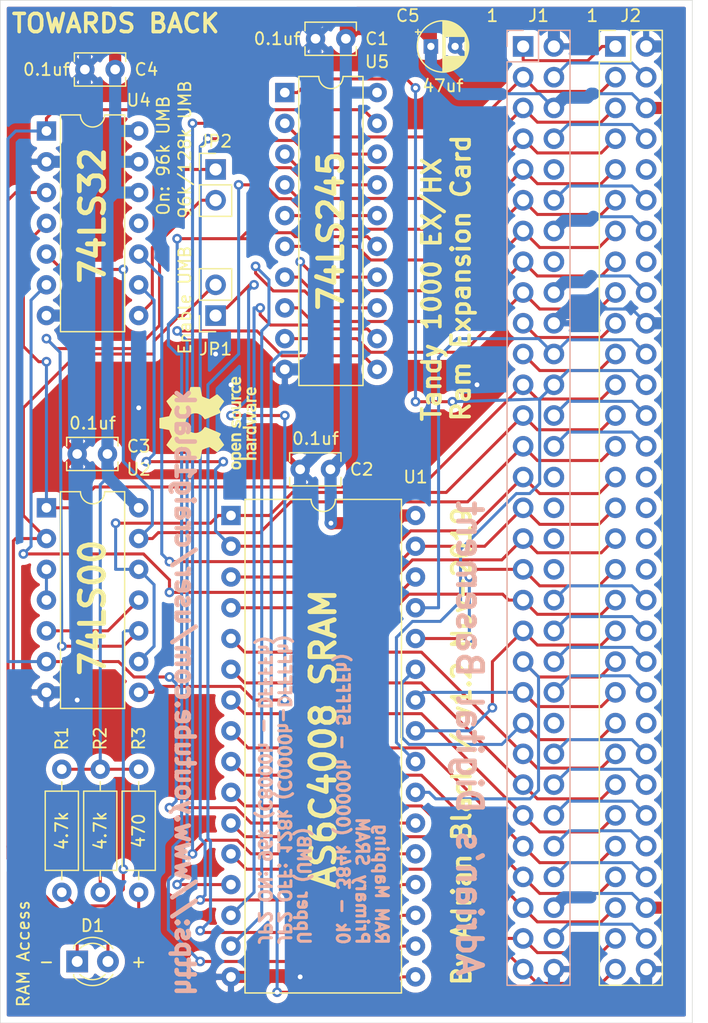
<source format=kicad_pcb>
(kicad_pcb (version 20171130) (host pcbnew "(5.1.4)-1")
  (layers (0 F.Cu signal) (31 B.Cu signal) (34 B.Paste user) (35 F.Paste user) (36 B.SilkS user) (37 F.SilkS user) (38 B.Mask user) (39 F.Mask user) (44 Edge.Cuts user))
  (net 0 "")
  (net 1 VCC)
  (net 2 GND)
  (net 3 D7)
  (net 4 D6)
  (net 5 D5)
  (net 6 D4)
  (net 7 "Net-(J1-Pad10)")
  (net 8 D3)
  (net 9 D2)
  (net 10 D1)
  (net 11 "Net-(J1-Pad16)")
  (net 12 D0)
  (net 13 MEMW)
  (net 14 MEMR)
  (net 15 A19)
  (net 16 A18)
  (net 17 A17)
  (net 18 A16)
  (net 19 "Net-(J1-Pad30)")
  (net 20 A15)
  (net 21 "Net-(J1-Pad32)")
  (net 22 A14)
  (net 23 "Net-(J1-Pad34)")
  (net 24 A13)
  (net 25 "Net-(J1-Pad36)")
  (net 26 A12)
  (net 27 A11)
  (net 28 A10)
  (net 29 A09)
  (net 30 A08)
  (net 31 "Net-(J1-Pad46)")
  (net 32 A07)
  (net 33 A06)
  (net 34 A05)
  (net 35 A04)
  (net 36 A03)
  (net 37 A02)
  (net 38 A01)
  (net 39 A00)
  (net 40 CE)
  (net 41 SA17)
  (net 42 "Net-(U2-Pad3)")
  (net 43 "Net-(D1-Pad2)")
  (net 44 "Net-(D1-Pad1)")
  (net 45 OSC)
  (net 46 ALE)
  (net 47 DMATC)
  (net 48 FDCDACK*)
  (net 49 IR3)
  (net 50 IR4)
  (net 51 BREQ*)
  (net 52 RFSH)
  (net 53 CLK)
  (net 54 REFRESH*)
  (net 55 IOR)
  (net 56 IOW)
  (net 57 AEN)
  (net 58 12V)
  (net 59 RDYIN)
  (net 60 -12V)
  (net 61 FDCMDRQ*)
  (net 62 IR2)
  (net 63 RESET)
  (net 64 NMI)
  (net 65 "Net-(J2-Pad10)")
  (net 66 "Net-(J2-Pad16)")
  (net 67 "Net-(J2-Pad30)")
  (net 68 "Net-(J2-Pad32)")
  (net 69 "Net-(J2-Pad34)")
  (net 70 "Net-(J2-Pad36)")
  (net 71 "Net-(J2-Pad46)")
  (net 72 "Net-(JP1-Pad2)")
  (net 73 "Net-(JP1-Pad1)")
  (net 74 "Net-(JP2-Pad2)")
  (net 75 "Net-(JP2-Pad1)")
  (net 76 BD3)
  (net 77 BD4)
  (net 78 BD5)
  (net 79 BD6)
  (net 80 BD7)
  (net 81 BD0)
  (net 82 BD1)
  (net 83 BD2)
  (net 84 "Net-(U2-Pad11)")
  (net 85 "Net-(U4-Pad11)")
  (module Symbol:OSHW-Logo_7.5x8mm_SilkScreen (layer F.Cu) (at 132.715 87.63 90)
    (fp_text reference REF** hide)
    (fp_text value OSHW hide)
  )
  (module Resistor_THT:R_Axial_DIN0207_L6.3mm_D2.5mm_P10.16mm_Horizontal (layer F.Cu) (at 127 116.205 270)
    (fp_text reference R3 (at -2.54 0 90) (layer F.SilkS))
    (fp_text value 470 (at 5.08 0 90) (layer F.SilkS))
    (pad 2 thru_hole oval (at 10.16 0 270) (size 1.6 1.6) (drill 0.8) (layers *.Cu *.Mask) (net 43 "Net-(D1-Pad2)"))
    (pad 1 thru_hole circle (at 0 0 270) (size 1.6 1.6) (drill 0.8) (layers *.Cu *.Mask) (net 1 VCC))
  )
  (module Resistor_THT:R_Axial_DIN0207_L6.3mm_D2.5mm_P10.16mm_Horizontal (layer F.Cu) (at 123.825 116.205 270)
    (fp_text reference R2 (at -2.54 0 90) (layer F.SilkS))
    (fp_text value 4.7k (at 5.08 0 90) (layer F.SilkS))
    (pad 2 thru_hole oval (at 10.16 0 270) (size 1.6 1.6) (drill 0.8) (layers *.Cu *.Mask) (net 72 "Net-(JP1-Pad2)"))
    (pad 1 thru_hole circle (at 0 0 270) (size 1.6 1.6) (drill 0.8) (layers *.Cu *.Mask) (net 1 VCC))
  )
  (module Resistor_THT:R_Axial_DIN0207_L6.3mm_D2.5mm_P10.16mm_Horizontal (layer F.Cu) (at 120.65 116.205 270)
    (fp_text reference R1 (at -2.54 0 90) (layer F.SilkS))
    (fp_text value 4.7k (at 5.08 0 90) (layer F.SilkS))
    (pad 2 thru_hole oval (at 10.16 0 270) (size 1.6 1.6) (drill 0.8) (layers *.Cu *.Mask) (net 74 "Net-(JP2-Pad2)"))
    (pad 1 thru_hole circle (at 0 0 270) (size 1.6 1.6) (drill 0.8) (layers *.Cu *.Mask) (net 1 VCC))
  )
  (module Connector_PinSocket_2.54mm:PinSocket_1x02_P2.54mm_Vertical (layer F.Cu) (at 133.35 78.74 180)
    (fp_text reference JP1 (at 0 -2.77) (layer F.SilkS))
    (fp_text value "Enable UMB" (at 2.54 1.27 90) (layer F.SilkS))
    (pad 2 thru_hole oval (at 0 2.54 180) (size 1.7 1.7) (drill 1) (layers *.Cu *.Mask) (net 72 "Net-(JP1-Pad2)"))
    (pad 1 thru_hole rect (at 0 0 180) (size 1.7 1.7) (drill 1) (layers *.Cu *.Mask) (net 73 "Net-(JP1-Pad1)"))
  )
  (module Connector_PinHeader_2.54mm:PinHeader_1x02_P2.54mm_Vertical (layer F.Cu) (at 133.35 66.675)
    (fp_text reference JP2 (at 0 -2.33) (layer F.SilkS))
    (fp_text value "96k/128k UMB" (at -2.54 -1.651 90) (layer F.SilkS))
    (pad 2 thru_hole oval (at 0 2.54) (size 1.7 1.7) (drill 1) (layers *.Cu *.Mask) (net 74 "Net-(JP2-Pad2)"))
    (pad 1 thru_hole rect (at 0 0) (size 1.7 1.7) (drill 1) (layers *.Cu *.Mask) (net 75 "Net-(JP2-Pad1)"))
  )
  (module Connector_PinHeader_2.54mm:PinHeader_2x31_P2.54mm_Vertical (layer F.Cu) (at 166.37 56.515)
    (fp_text reference J2 (at 1.27 -2.54) (layer F.SilkS))
    (fp_text value Tandy_Expansion)
    (pad 62 thru_hole oval (at 2.54 76.2) (size 1.7 1.7) (drill 1) (layers *.Cu *.Mask) (net 2 GND))
    (pad 61 thru_hole oval (at 0 76.2) (size 1.7 1.7) (drill 1) (layers *.Cu *.Mask) (net 39 A00))
    (pad 60 thru_hole oval (at 2.54 73.66) (size 1.7 1.7) (drill 1) (layers *.Cu *.Mask) (net 45 OSC))
    (pad 59 thru_hole oval (at 0 73.66) (size 1.7 1.7) (drill 1) (layers *.Cu *.Mask) (net 38 A01))
    (pad 58 thru_hole oval (at 2.54 71.12) (size 1.7 1.7) (drill 1) (layers *.Cu *.Mask) (net 1 VCC))
    (pad 57 thru_hole oval (at 0 71.12) (size 1.7 1.7) (drill 1) (layers *.Cu *.Mask) (net 37 A02))
    (pad 56 thru_hole oval (at 2.54 68.58) (size 1.7 1.7) (drill 1) (layers *.Cu *.Mask) (net 46 ALE))
    (pad 55 thru_hole oval (at 0 68.58) (size 1.7 1.7) (drill 1) (layers *.Cu *.Mask) (net 36 A03))
    (pad 54 thru_hole oval (at 2.54 66.04) (size 1.7 1.7) (drill 1) (layers *.Cu *.Mask) (net 47 DMATC))
    (pad 53 thru_hole oval (at 0 66.04) (size 1.7 1.7) (drill 1) (layers *.Cu *.Mask) (net 35 A04))
    (pad 52 thru_hole oval (at 2.54 63.5) (size 1.7 1.7) (drill 1) (layers *.Cu *.Mask) (net 48 FDCDACK*))
    (pad 51 thru_hole oval (at 0 63.5) (size 1.7 1.7) (drill 1) (layers *.Cu *.Mask) (net 34 A05))
    (pad 50 thru_hole oval (at 2.54 60.96) (size 1.7 1.7) (drill 1) (layers *.Cu *.Mask) (net 49 IR3))
    (pad 49 thru_hole oval (at 0 60.96) (size 1.7 1.7) (drill 1) (layers *.Cu *.Mask) (net 33 A06))
    (pad 48 thru_hole oval (at 2.54 58.42) (size 1.7 1.7) (drill 1) (layers *.Cu *.Mask) (net 50 IR4))
    (pad 47 thru_hole oval (at 0 58.42) (size 1.7 1.7) (drill 1) (layers *.Cu *.Mask) (net 32 A07))
    (pad 46 thru_hole oval (at 2.54 55.88) (size 1.7 1.7) (drill 1) (layers *.Cu *.Mask) (net 71 "Net-(J2-Pad46)"))
    (pad 45 thru_hole oval (at 0 55.88) (size 1.7 1.7) (drill 1) (layers *.Cu *.Mask) (net 30 A08))
    (pad 44 thru_hole oval (at 2.54 53.34) (size 1.7 1.7) (drill 1) (layers *.Cu *.Mask) (net 51 BREQ*))
    (pad 43 thru_hole oval (at 0 53.34) (size 1.7 1.7) (drill 1) (layers *.Cu *.Mask) (net 29 A09))
    (pad 42 thru_hole oval (at 2.54 50.8) (size 1.7 1.7) (drill 1) (layers *.Cu *.Mask) (net 52 RFSH))
    (pad 41 thru_hole oval (at 0 50.8) (size 1.7 1.7) (drill 1) (layers *.Cu *.Mask) (net 28 A10))
    (pad 40 thru_hole oval (at 2.54 48.26) (size 1.7 1.7) (drill 1) (layers *.Cu *.Mask) (net 53 CLK))
    (pad 39 thru_hole oval (at 0 48.26) (size 1.7 1.7) (drill 1) (layers *.Cu *.Mask) (net 27 A11))
    (pad 38 thru_hole oval (at 2.54 45.72) (size 1.7 1.7) (drill 1) (layers *.Cu *.Mask) (net 54 REFRESH*))
    (pad 37 thru_hole oval (at 0 45.72) (size 1.7 1.7) (drill 1) (layers *.Cu *.Mask) (net 26 A12))
    (pad 36 thru_hole oval (at 2.54 43.18) (size 1.7 1.7) (drill 1) (layers *.Cu *.Mask) (net 70 "Net-(J2-Pad36)"))
    (pad 35 thru_hole oval (at 0 43.18) (size 1.7 1.7) (drill 1) (layers *.Cu *.Mask) (net 24 A13))
    (pad 34 thru_hole oval (at 2.54 40.64) (size 1.7 1.7) (drill 1) (layers *.Cu *.Mask) (net 69 "Net-(J2-Pad34)"))
    (pad 33 thru_hole oval (at 0 40.64) (size 1.7 1.7) (drill 1) (layers *.Cu *.Mask) (net 22 A14))
    (pad 32 thru_hole oval (at 2.54 38.1) (size 1.7 1.7) (drill 1) (layers *.Cu *.Mask) (net 68 "Net-(J2-Pad32)"))
    (pad 31 thru_hole oval (at 0 38.1) (size 1.7 1.7) (drill 1) (layers *.Cu *.Mask) (net 20 A15))
    (pad 30 thru_hole oval (at 2.54 35.56) (size 1.7 1.7) (drill 1) (layers *.Cu *.Mask) (net 67 "Net-(J2-Pad30)"))
    (pad 29 thru_hole oval (at 0 35.56) (size 1.7 1.7) (drill 1) (layers *.Cu *.Mask) (net 18 A16))
    (pad 28 thru_hole oval (at 2.54 33.02) (size 1.7 1.7) (drill 1) (layers *.Cu *.Mask) (net 55 IOR))
    (pad 27 thru_hole oval (at 0 33.02) (size 1.7 1.7) (drill 1) (layers *.Cu *.Mask) (net 17 A17))
    (pad 26 thru_hole oval (at 2.54 30.48) (size 1.7 1.7) (drill 1) (layers *.Cu *.Mask) (net 56 IOW))
    (pad 25 thru_hole oval (at 0 30.48) (size 1.7 1.7) (drill 1) (layers *.Cu *.Mask) (net 16 A18))
    (pad 24 thru_hole oval (at 2.54 27.94) (size 1.7 1.7) (drill 1) (layers *.Cu *.Mask) (net 14 MEMR))
    (pad 23 thru_hole oval (at 0 27.94) (size 1.7 1.7) (drill 1) (layers *.Cu *.Mask) (net 15 A19))
    (pad 22 thru_hole oval (at 2.54 25.4) (size 1.7 1.7) (drill 1) (layers *.Cu *.Mask) (net 13 MEMW))
    (pad 21 thru_hole oval (at 0 25.4) (size 1.7 1.7) (drill 1) (layers *.Cu *.Mask) (net 57 AEN))
    (pad 20 thru_hole oval (at 2.54 22.86) (size 1.7 1.7) (drill 1) (layers *.Cu *.Mask) (net 2 GND))
    (pad 19 thru_hole oval (at 0 22.86) (size 1.7 1.7) (drill 1) (layers *.Cu *.Mask) (net 59 RDYIN))
    (pad 18 thru_hole oval (at 2.54 20.32) (size 1.7 1.7) (drill 1) (layers *.Cu *.Mask) (net 58 12V))
    (pad 17 thru_hole oval (at 0 20.32) (size 1.7 1.7) (drill 1) (layers *.Cu *.Mask) (net 12 D0))
    (pad 16 thru_hole oval (at 2.54 17.78) (size 1.7 1.7) (drill 1) (layers *.Cu *.Mask) (net 66 "Net-(J2-Pad16)"))
    (pad 15 thru_hole oval (at 0 17.78) (size 1.7 1.7) (drill 1) (layers *.Cu *.Mask) (net 10 D1))
    (pad 14 thru_hole oval (at 2.54 15.24) (size 1.7 1.7) (drill 1) (layers *.Cu *.Mask) (net 60 -12V))
    (pad 13 thru_hole oval (at 0 15.24) (size 1.7 1.7) (drill 1) (layers *.Cu *.Mask) (net 9 D2))
    (pad 12 thru_hole oval (at 2.54 12.7) (size 1.7 1.7) (drill 1) (layers *.Cu *.Mask) (net 61 FDCMDRQ*))
    (pad 11 thru_hole oval (at 0 12.7) (size 1.7 1.7) (drill 1) (layers *.Cu *.Mask) (net 8 D3))
    (pad 10 thru_hole oval (at 2.54 10.16) (size 1.7 1.7) (drill 1) (layers *.Cu *.Mask) (net 65 "Net-(J2-Pad10)"))
    (pad 9 thru_hole oval (at 0 10.16) (size 1.7 1.7) (drill 1) (layers *.Cu *.Mask) (net 6 D4))
    (pad 8 thru_hole oval (at 2.54 7.62) (size 1.7 1.7) (drill 1) (layers *.Cu *.Mask) (net 62 IR2))
    (pad 7 thru_hole oval (at 0 7.62) (size 1.7 1.7) (drill 1) (layers *.Cu *.Mask) (net 5 D5))
    (pad 6 thru_hole oval (at 2.54 5.08) (size 1.7 1.7) (drill 1) (layers *.Cu *.Mask) (net 1 VCC))
    (pad 5 thru_hole oval (at 0 5.08) (size 1.7 1.7) (drill 1) (layers *.Cu *.Mask) (net 4 D6))
    (pad 4 thru_hole oval (at 2.54 2.54) (size 1.7 1.7) (drill 1) (layers *.Cu *.Mask) (net 63 RESET))
    (pad 3 thru_hole oval (at 0 2.54) (size 1.7 1.7) (drill 1) (layers *.Cu *.Mask) (net 3 D7))
    (pad 2 thru_hole oval (at 2.54 0) (size 1.7 1.7) (drill 1) (layers *.Cu *.Mask) (net 2 GND))
    (pad 1 thru_hole rect (at 0 0) (size 1.7 1.7) (drill 1) (layers *.Cu *.Mask) (net 64 NMI))
  )
  (module Package_DIP:DIP-20_W7.62mm (layer F.Cu) (at 139.065 60.325)
    (fp_text reference U5 (at 7.62 -2.54) (layer F.SilkS))
    (fp_text value 74LS245 (at 3.81 11.43 90) (layer F.SilkS) (effects (font (size 2 2) (thickness 0.4))))
    (pad 20 thru_hole oval (at 7.62 0) (size 1.6 1.6) (drill 0.8) (layers *.Cu *.Mask) (net 1 VCC))
    (pad 10 thru_hole oval (at 0 22.86) (size 1.6 1.6) (drill 0.8) (layers *.Cu *.Mask) (net 2 GND))
    (pad 19 thru_hole oval (at 7.62 2.54) (size 1.6 1.6) (drill 0.8) (layers *.Cu *.Mask) (net 40 CE))
    (pad 9 thru_hole oval (at 0 20.32) (size 1.6 1.6) (drill 0.8) (layers *.Cu *.Mask) (net 12 D0))
    (pad 18 thru_hole oval (at 7.62 5.08) (size 1.6 1.6) (drill 0.8) (layers *.Cu *.Mask) (net 80 BD7))
    (pad 8 thru_hole oval (at 0 17.78) (size 1.6 1.6) (drill 0.8) (layers *.Cu *.Mask) (net 10 D1))
    (pad 17 thru_hole oval (at 7.62 7.62) (size 1.6 1.6) (drill 0.8) (layers *.Cu *.Mask) (net 79 BD6))
    (pad 7 thru_hole oval (at 0 15.24) (size 1.6 1.6) (drill 0.8) (layers *.Cu *.Mask) (net 9 D2))
    (pad 16 thru_hole oval (at 7.62 10.16) (size 1.6 1.6) (drill 0.8) (layers *.Cu *.Mask) (net 78 BD5))
    (pad 6 thru_hole oval (at 0 12.7) (size 1.6 1.6) (drill 0.8) (layers *.Cu *.Mask) (net 8 D3))
    (pad 15 thru_hole oval (at 7.62 12.7) (size 1.6 1.6) (drill 0.8) (layers *.Cu *.Mask) (net 77 BD4))
    (pad 5 thru_hole oval (at 0 10.16) (size 1.6 1.6) (drill 0.8) (layers *.Cu *.Mask) (net 6 D4))
    (pad 14 thru_hole oval (at 7.62 15.24) (size 1.6 1.6) (drill 0.8) (layers *.Cu *.Mask) (net 76 BD3))
    (pad 4 thru_hole oval (at 0 7.62) (size 1.6 1.6) (drill 0.8) (layers *.Cu *.Mask) (net 5 D5))
    (pad 13 thru_hole oval (at 7.62 17.78) (size 1.6 1.6) (drill 0.8) (layers *.Cu *.Mask) (net 83 BD2))
    (pad 3 thru_hole oval (at 0 5.08) (size 1.6 1.6) (drill 0.8) (layers *.Cu *.Mask) (net 4 D6))
    (pad 12 thru_hole oval (at 7.62 20.32) (size 1.6 1.6) (drill 0.8) (layers *.Cu *.Mask) (net 82 BD1))
    (pad 2 thru_hole oval (at 0 2.54) (size 1.6 1.6) (drill 0.8) (layers *.Cu *.Mask) (net 3 D7))
    (pad 11 thru_hole oval (at 7.62 22.86) (size 1.6 1.6) (drill 0.8) (layers *.Cu *.Mask) (net 81 BD0))
    (pad 1 thru_hole rect (at 0 0) (size 1.6 1.6) (drill 0.8) (layers *.Cu *.Mask) (net 14 MEMR))
  )
  (module Package_DIP:DIP-14_W7.62mm (layer F.Cu) (at 119.38 63.5)
    (fp_text reference U4 (at 7.62 -2.54) (layer F.SilkS))
    (fp_text value 74LS32)
    (pad 14 thru_hole oval (at 7.62 0) (size 1.6 1.6) (drill 0.8) (layers *.Cu *.Mask) (net 1 VCC))
    (pad 7 thru_hole oval (at 0 15.24) (size 1.6 1.6) (drill 0.8) (layers *.Cu *.Mask) (net 2 GND))
    (pad 13 thru_hole oval (at 7.62 2.54) (size 1.6 1.6) (drill 0.8) (layers *.Cu *.Mask) (net 1 VCC))
    (pad 6 thru_hole oval (at 0 12.7) (size 1.6 1.6) (drill 0.8) (layers *.Cu *.Mask) (net 41 SA17))
    (pad 12 thru_hole oval (at 7.62 5.08) (size 1.6 1.6) (drill 0.8) (layers *.Cu *.Mask) (net 1 VCC))
    (pad 5 thru_hole oval (at 0 10.16) (size 1.6 1.6) (drill 0.8) (layers *.Cu *.Mask) (net 17 A17))
    (pad 11 thru_hole oval (at 7.62 7.62) (size 1.6 1.6) (drill 0.8) (layers *.Cu *.Mask) (net 85 "Net-(U4-Pad11)"))
    (pad 4 thru_hole oval (at 0 7.62) (size 1.6 1.6) (drill 0.8) (layers *.Cu *.Mask) (net 15 A19))
    (pad 10 thru_hole oval (at 7.62 10.16) (size 1.6 1.6) (drill 0.8) (layers *.Cu *.Mask) (net 20 A15))
    (pad 3 thru_hole oval (at 0 5.08) (size 1.6 1.6) (drill 0.8) (layers *.Cu *.Mask) (net 44 "Net-(D1-Pad1)"))
    (pad 9 thru_hole oval (at 7.62 12.7) (size 1.6 1.6) (drill 0.8) (layers *.Cu *.Mask) (net 18 A16))
    (pad 2 thru_hole oval (at 0 2.54) (size 1.6 1.6) (drill 0.8) (layers *.Cu *.Mask) (net 2 GND))
    (pad 8 thru_hole oval (at 7.62 15.24) (size 1.6 1.6) (drill 0.8) (layers *.Cu *.Mask) (net 75 "Net-(JP2-Pad1)"))
    (pad 1 thru_hole rect (at 0 0) (size 1.6 1.6) (drill 0.8) (layers *.Cu *.Mask) (net 40 CE))
  )
  (module Package_DIP:DIP-14_W7.62mm (layer F.Cu) (at 119.38 94.615)
    (fp_text reference U2 (at 7.62 -3.175) (layer F.SilkS))
    (fp_text value 74LS00 (at 3.81 8.255 90) (layer F.SilkS) (effects (font (size 2 2) (thickness 0.4))))
    (pad 14 thru_hole oval (at 7.62 0) (size 1.6 1.6) (drill 0.8) (layers *.Cu *.Mask) (net 1 VCC))
    (pad 7 thru_hole oval (at 0 15.24) (size 1.6 1.6) (drill 0.8) (layers *.Cu *.Mask) (net 2 GND))
    (pad 13 thru_hole oval (at 7.62 2.54) (size 1.6 1.6) (drill 0.8) (layers *.Cu *.Mask) (net 17 A17))
    (pad 6 thru_hole oval (at 0 12.7) (size 1.6 1.6) (drill 0.8) (layers *.Cu *.Mask) (net 40 CE))
    (pad 12 thru_hole oval (at 7.62 5.08) (size 1.6 1.6) (drill 0.8) (layers *.Cu *.Mask) (net 16 A18))
    (pad 5 thru_hole oval (at 0 10.16) (size 1.6 1.6) (drill 0.8) (layers *.Cu *.Mask) (net 84 "Net-(U2-Pad11)"))
    (pad 11 thru_hole oval (at 7.62 7.62) (size 1.6 1.6) (drill 0.8) (layers *.Cu *.Mask) (net 84 "Net-(U2-Pad11)"))
    (pad 4 thru_hole oval (at 0 7.62) (size 1.6 1.6) (drill 0.8) (layers *.Cu *.Mask) (net 42 "Net-(U2-Pad3)"))
    (pad 10 thru_hole oval (at 7.62 10.16) (size 1.6 1.6) (drill 0.8) (layers *.Cu *.Mask) (net 74 "Net-(JP2-Pad2)"))
    (pad 3 thru_hole oval (at 0 5.08) (size 1.6 1.6) (drill 0.8) (layers *.Cu *.Mask) (net 42 "Net-(U2-Pad3)"))
    (pad 9 thru_hole oval (at 7.62 12.7) (size 1.6 1.6) (drill 0.8) (layers *.Cu *.Mask) (net 16 A18))
    (pad 2 thru_hole oval (at 0 2.54) (size 1.6 1.6) (drill 0.8) (layers *.Cu *.Mask) (net 72 "Net-(JP1-Pad2)"))
    (pad 8 thru_hole oval (at 7.62 15.24) (size 1.6 1.6) (drill 0.8) (layers *.Cu *.Mask) (net 73 "Net-(JP1-Pad1)"))
    (pad 1 thru_hole rect (at 0 0) (size 1.6 1.6) (drill 0.8) (layers *.Cu *.Mask) (net 15 A19))
  )
  (module LED_THT:LED_D3.0mm (layer F.Cu) (at 121.92 132.08)
    (fp_text reference D1 (at 1.27 -2.96) (layer F.SilkS))
    (fp_text value "RAM Access" (at -4.445 -0.635 90) (layer F.SilkS))
    (pad 2 thru_hole circle (at 2.54 0) (size 1.8 1.8) (drill 0.9) (layers *.Cu *.Mask) (net 43 "Net-(D1-Pad2)"))
    (pad 1 thru_hole rect (at 0 0) (size 1.8 1.8) (drill 0.9) (layers *.Cu *.Mask) (net 44 "Net-(D1-Pad1)"))
  )
  (module Capacitor_THT:CP_Radial_D4.0mm_P2.00mm (layer F.Cu) (at 151.13 56.515)
    (fp_text reference C5 (at -1.905 -2.54) (layer F.SilkS))
    (fp_text value 47uf (at 1 3.25) (layer F.SilkS))
    (pad 2 thru_hole circle (at 2 0) (size 1.2 1.2) (drill 0.6) (layers *.Cu *.Mask) (net 2 GND))
    (pad 1 thru_hole rect (at 0 0) (size 1.2 1.2) (drill 0.6) (layers *.Cu *.Mask) (net 1 VCC))
  )
  (module Capacitor_THT:C_Rect_L4.0mm_W2.5mm_P2.50mm (layer F.Cu) (at 122.555 58.42)
    (fp_text reference C4 (at 5.08 0) (layer F.SilkS))
    (fp_text value 0.1uf)
    (pad 2 thru_hole circle (at 2.5 0) (size 1.6 1.6) (drill 0.8) (layers *.Cu *.Mask) (net 1 VCC))
    (pad 1 thru_hole circle (at 0 0) (size 1.6 1.6) (drill 0.8) (layers *.Cu *.Mask) (net 2 GND))
  )
  (module Connector_PinSocket_2.54mm:PinSocket_2x31_P2.54mm_Vertical (layer B.Cu) (at 158.75 56.515 180)
    (fp_text reference J1 (at -1.27 2.54) (layer F.SilkS))
    (fp_text value Tandy_Expansion)
    (pad 62 thru_hole oval (at -2.54 -76.2 180) (size 1.7 1.7) (drill 1) (layers *.Cu *.Mask) (net 2 GND))
    (pad 61 thru_hole oval (at 0 -76.2 180) (size 1.7 1.7) (drill 1) (layers *.Cu *.Mask) (net 39 A00))
    (pad 60 thru_hole oval (at -2.54 -73.66 180) (size 1.7 1.7) (drill 1) (layers *.Cu *.Mask) (net 45 OSC))
    (pad 59 thru_hole oval (at 0 -73.66 180) (size 1.7 1.7) (drill 1) (layers *.Cu *.Mask) (net 38 A01))
    (pad 58 thru_hole oval (at -2.54 -71.12 180) (size 1.7 1.7) (drill 1) (layers *.Cu *.Mask) (net 1 VCC))
    (pad 57 thru_hole oval (at 0 -71.12 180) (size 1.7 1.7) (drill 1) (layers *.Cu *.Mask) (net 37 A02))
    (pad 56 thru_hole oval (at -2.54 -68.58 180) (size 1.7 1.7) (drill 1) (layers *.Cu *.Mask) (net 46 ALE))
    (pad 55 thru_hole oval (at 0 -68.58 180) (size 1.7 1.7) (drill 1) (layers *.Cu *.Mask) (net 36 A03))
    (pad 54 thru_hole oval (at -2.54 -66.04 180) (size 1.7 1.7) (drill 1) (layers *.Cu *.Mask) (net 47 DMATC))
    (pad 53 thru_hole oval (at 0 -66.04 180) (size 1.7 1.7) (drill 1) (layers *.Cu *.Mask) (net 35 A04))
    (pad 52 thru_hole oval (at -2.54 -63.5 180) (size 1.7 1.7) (drill 1) (layers *.Cu *.Mask) (net 48 FDCDACK*))
    (pad 51 thru_hole oval (at 0 -63.5 180) (size 1.7 1.7) (drill 1) (layers *.Cu *.Mask) (net 34 A05))
    (pad 50 thru_hole oval (at -2.54 -60.96 180) (size 1.7 1.7) (drill 1) (layers *.Cu *.Mask) (net 49 IR3))
    (pad 49 thru_hole oval (at 0 -60.96 180) (size 1.7 1.7) (drill 1) (layers *.Cu *.Mask) (net 33 A06))
    (pad 48 thru_hole oval (at -2.54 -58.42 180) (size 1.7 1.7) (drill 1) (layers *.Cu *.Mask) (net 50 IR4))
    (pad 47 thru_hole oval (at 0 -58.42 180) (size 1.7 1.7) (drill 1) (layers *.Cu *.Mask) (net 32 A07))
    (pad 46 thru_hole oval (at -2.54 -55.88 180) (size 1.7 1.7) (drill 1) (layers *.Cu *.Mask) (net 31 "Net-(J1-Pad46)"))
    (pad 45 thru_hole oval (at 0 -55.88 180) (size 1.7 1.7) (drill 1) (layers *.Cu *.Mask) (net 30 A08))
    (pad 44 thru_hole oval (at -2.54 -53.34 180) (size 1.7 1.7) (drill 1) (layers *.Cu *.Mask) (net 51 BREQ*))
    (pad 43 thru_hole oval (at 0 -53.34 180) (size 1.7 1.7) (drill 1) (layers *.Cu *.Mask) (net 29 A09))
    (pad 42 thru_hole oval (at -2.54 -50.8 180) (size 1.7 1.7) (drill 1) (layers *.Cu *.Mask) (net 52 RFSH))
    (pad 41 thru_hole oval (at 0 -50.8 180) (size 1.7 1.7) (drill 1) (layers *.Cu *.Mask) (net 28 A10))
    (pad 40 thru_hole oval (at -2.54 -48.26 180) (size 1.7 1.7) (drill 1) (layers *.Cu *.Mask) (net 53 CLK))
    (pad 39 thru_hole oval (at 0 -48.26 180) (size 1.7 1.7) (drill 1) (layers *.Cu *.Mask) (net 27 A11))
    (pad 38 thru_hole oval (at -2.54 -45.72 180) (size 1.7 1.7) (drill 1) (layers *.Cu *.Mask) (net 54 REFRESH*))
    (pad 37 thru_hole oval (at 0 -45.72 180) (size 1.7 1.7) (drill 1) (layers *.Cu *.Mask) (net 26 A12))
    (pad 36 thru_hole oval (at -2.54 -43.18 180) (size 1.7 1.7) (drill 1) (layers *.Cu *.Mask) (net 25 "Net-(J1-Pad36)"))
    (pad 35 thru_hole oval (at 0 -43.18 180) (size 1.7 1.7) (drill 1) (layers *.Cu *.Mask) (net 24 A13))
    (pad 34 thru_hole oval (at -2.54 -40.64 180) (size 1.7 1.7) (drill 1) (layers *.Cu *.Mask) (net 23 "Net-(J1-Pad34)"))
    (pad 33 thru_hole oval (at 0 -40.64 180) (size 1.7 1.7) (drill 1) (layers *.Cu *.Mask) (net 22 A14))
    (pad 32 thru_hole oval (at -2.54 -38.1 180) (size 1.7 1.7) (drill 1) (layers *.Cu *.Mask) (net 21 "Net-(J1-Pad32)"))
    (pad 31 thru_hole oval (at 0 -38.1 180) (size 1.7 1.7) (drill 1) (layers *.Cu *.Mask) (net 20 A15))
    (pad 30 thru_hole oval (at -2.54 -35.56 180) (size 1.7 1.7) (drill 1) (layers *.Cu *.Mask) (net 19 "Net-(J1-Pad30)"))
    (pad 29 thru_hole oval (at 0 -35.56 180) (size 1.7 1.7) (drill 1) (layers *.Cu *.Mask) (net 18 A16))
    (pad 28 thru_hole oval (at -2.54 -33.02 180) (size 1.7 1.7) (drill 1) (layers *.Cu *.Mask) (net 55 IOR))
    (pad 27 thru_hole oval (at 0 -33.02 180) (size 1.7 1.7) (drill 1) (layers *.Cu *.Mask) (net 17 A17))
    (pad 26 thru_hole oval (at -2.54 -30.48 180) (size 1.7 1.7) (drill 1) (layers *.Cu *.Mask) (net 56 IOW))
    (pad 25 thru_hole oval (at 0 -30.48 180) (size 1.7 1.7) (drill 1) (layers *.Cu *.Mask) (net 16 A18))
    (pad 24 thru_hole oval (at -2.54 -27.94 180) (size 1.7 1.7) (drill 1) (layers *.Cu *.Mask) (net 14 MEMR))
    (pad 23 thru_hole oval (at 0 -27.94 180) (size 1.7 1.7) (drill 1) (layers *.Cu *.Mask) (net 15 A19))
    (pad 22 thru_hole oval (at -2.54 -25.4 180) (size 1.7 1.7) (drill 1) (layers *.Cu *.Mask) (net 13 MEMW))
    (pad 21 thru_hole oval (at 0 -25.4 180) (size 1.7 1.7) (drill 1) (layers *.Cu *.Mask) (net 57 AEN))
    (pad 20 thru_hole oval (at -2.54 -22.86 180) (size 1.7 1.7) (drill 1) (layers *.Cu *.Mask) (net 2 GND))
    (pad 19 thru_hole oval (at 0 -22.86 180) (size 1.7 1.7) (drill 1) (layers *.Cu *.Mask) (net 59 RDYIN))
    (pad 18 thru_hole oval (at -2.54 -20.32 180) (size 1.7 1.7) (drill 1) (layers *.Cu *.Mask) (net 58 12V))
    (pad 17 thru_hole oval (at 0 -20.32 180) (size 1.7 1.7) (drill 1) (layers *.Cu *.Mask) (net 12 D0))
    (pad 16 thru_hole oval (at -2.54 -17.78 180) (size 1.7 1.7) (drill 1) (layers *.Cu *.Mask) (net 11 "Net-(J1-Pad16)"))
    (pad 15 thru_hole oval (at 0 -17.78 180) (size 1.7 1.7) (drill 1) (layers *.Cu *.Mask) (net 10 D1))
    (pad 14 thru_hole oval (at -2.54 -15.24 180) (size 1.7 1.7) (drill 1) (layers *.Cu *.Mask) (net 60 -12V))
    (pad 13 thru_hole oval (at 0 -15.24 180) (size 1.7 1.7) (drill 1) (layers *.Cu *.Mask) (net 9 D2))
    (pad 12 thru_hole oval (at -2.54 -12.7 180) (size 1.7 1.7) (drill 1) (layers *.Cu *.Mask) (net 61 FDCMDRQ*))
    (pad 11 thru_hole oval (at 0 -12.7 180) (size 1.7 1.7) (drill 1) (layers *.Cu *.Mask) (net 8 D3))
    (pad 10 thru_hole oval (at -2.54 -10.16 180) (size 1.7 1.7) (drill 1) (layers *.Cu *.Mask) (net 7 "Net-(J1-Pad10)"))
    (pad 9 thru_hole oval (at 0 -10.16 180) (size 1.7 1.7) (drill 1) (layers *.Cu *.Mask) (net 6 D4))
    (pad 8 thru_hole oval (at -2.54 -7.62 180) (size 1.7 1.7) (drill 1) (layers *.Cu *.Mask) (net 62 IR2))
    (pad 7 thru_hole oval (at 0 -7.62 180) (size 1.7 1.7) (drill 1) (layers *.Cu *.Mask) (net 5 D5))
    (pad 6 thru_hole oval (at -2.54 -5.08 180) (size 1.7 1.7) (drill 1) (layers *.Cu *.Mask) (net 1 VCC))
    (pad 5 thru_hole oval (at 0 -5.08 180) (size 1.7 1.7) (drill 1) (layers *.Cu *.Mask) (net 4 D6))
    (pad 4 thru_hole oval (at -2.54 -2.54 180) (size 1.7 1.7) (drill 1) (layers *.Cu *.Mask) (net 63 RESET))
    (pad 3 thru_hole oval (at 0 -2.54 180) (size 1.7 1.7) (drill 1) (layers *.Cu *.Mask) (net 3 D7))
    (pad 2 thru_hole oval (at -2.54 0 180) (size 1.7 1.7) (drill 1) (layers *.Cu *.Mask) (net 2 GND))
    (pad 1 thru_hole rect (at 0 0 180) (size 1.7 1.7) (drill 1) (layers *.Cu *.Mask) (net 64 NMI))
  )
  (module Capacitor_THT:C_Rect_L4.0mm_W2.5mm_P2.50mm (layer F.Cu) (at 140.335 91.44)
    (fp_text reference C2 (at 5.08 0) (layer F.SilkS))
    (fp_text value 0.1uf)
    (pad 2 thru_hole circle (at 2.5 0) (size 1.6 1.6) (drill 0.8) (layers *.Cu *.Mask) (net 1 VCC))
    (pad 1 thru_hole circle (at 0 0) (size 1.6 1.6) (drill 0.8) (layers *.Cu *.Mask) (net 2 GND))
  )
  (module Capacitor_THT:C_Rect_L4.0mm_W2.5mm_P2.50mm (layer F.Cu) (at 141.605 55.88)
    (fp_text reference C1 (at 5.08 0) (layer F.SilkS))
    (fp_text value 0.1uf)
    (pad 2 thru_hole circle (at 2.5 0) (size 1.6 1.6) (drill 0.8) (layers *.Cu *.Mask) (net 1 VCC))
    (pad 1 thru_hole circle (at 0 0) (size 1.6 1.6) (drill 0.8) (layers *.Cu *.Mask) (net 2 GND))
  )
  (module Capacitor_THT:C_Rect_L4.0mm_W2.5mm_P2.50mm (layer F.Cu) (at 121.92 90.17)
    (fp_text reference C3 (at 5.08 -0.635) (layer F.SilkS))
    (fp_text value 0.1uf)
    (pad 1 thru_hole circle (at 0 0) (size 1.6 1.6) (drill 0.8) (layers *.Cu *.Mask) (net 2 GND))
    (pad 2 thru_hole circle (at 2.5 0) (size 1.6 1.6) (drill 0.8) (layers *.Cu *.Mask) (net 1 VCC))
  )
  (module Package_DIP:DIP-32_W15.24mm (layer F.Cu) (at 134.62 95.25)
    (fp_text reference U1 (at 15.24 -3.175) (layer F.SilkS))
    (fp_text value AS6C4008-55PCN)
    (pad 1 thru_hole rect (at 0 0) (size 1.6 1.6) (drill 0.8) (layers *.Cu *.Mask) (net 16 A18))
    (pad 17 thru_hole oval (at 15.24 38.1) (size 1.6 1.6) (drill 0.8) (layers *.Cu *.Mask) (net 76 BD3))
    (pad 2 thru_hole oval (at 0 2.54) (size 1.6 1.6) (drill 0.8) (layers *.Cu *.Mask) (net 18 A16))
    (pad 18 thru_hole oval (at 15.24 35.56) (size 1.6 1.6) (drill 0.8) (layers *.Cu *.Mask) (net 77 BD4))
    (pad 3 thru_hole oval (at 0 5.08) (size 1.6 1.6) (drill 0.8) (layers *.Cu *.Mask) (net 22 A14))
    (pad 19 thru_hole oval (at 15.24 33.02) (size 1.6 1.6) (drill 0.8) (layers *.Cu *.Mask) (net 78 BD5))
    (pad 4 thru_hole oval (at 0 7.62) (size 1.6 1.6) (drill 0.8) (layers *.Cu *.Mask) (net 26 A12))
    (pad 20 thru_hole oval (at 15.24 30.48) (size 1.6 1.6) (drill 0.8) (layers *.Cu *.Mask) (net 79 BD6))
    (pad 5 thru_hole oval (at 0 10.16) (size 1.6 1.6) (drill 0.8) (layers *.Cu *.Mask) (net 32 A07))
    (pad 21 thru_hole oval (at 15.24 27.94) (size 1.6 1.6) (drill 0.8) (layers *.Cu *.Mask) (net 80 BD7))
    (pad 6 thru_hole oval (at 0 12.7) (size 1.6 1.6) (drill 0.8) (layers *.Cu *.Mask) (net 33 A06))
    (pad 22 thru_hole oval (at 15.24 25.4) (size 1.6 1.6) (drill 0.8) (layers *.Cu *.Mask) (net 40 CE))
    (pad 7 thru_hole oval (at 0 15.24) (size 1.6 1.6) (drill 0.8) (layers *.Cu *.Mask) (net 34 A05))
    (pad 23 thru_hole oval (at 15.24 22.86) (size 1.6 1.6) (drill 0.8) (layers *.Cu *.Mask) (net 28 A10))
    (pad 8 thru_hole oval (at 0 17.78) (size 1.6 1.6) (drill 0.8) (layers *.Cu *.Mask) (net 35 A04))
    (pad 24 thru_hole oval (at 15.24 20.32) (size 1.6 1.6) (drill 0.8) (layers *.Cu *.Mask) (net 14 MEMR))
    (pad 9 thru_hole oval (at 0 20.32) (size 1.6 1.6) (drill 0.8) (layers *.Cu *.Mask) (net 36 A03))
    (pad 25 thru_hole oval (at 15.24 17.78) (size 1.6 1.6) (drill 0.8) (layers *.Cu *.Mask) (net 27 A11))
    (pad 10 thru_hole oval (at 0 22.86) (size 1.6 1.6) (drill 0.8) (layers *.Cu *.Mask) (net 37 A02))
    (pad 26 thru_hole oval (at 15.24 15.24) (size 1.6 1.6) (drill 0.8) (layers *.Cu *.Mask) (net 29 A09))
    (pad 11 thru_hole oval (at 0 25.4) (size 1.6 1.6) (drill 0.8) (layers *.Cu *.Mask) (net 38 A01))
    (pad 27 thru_hole oval (at 15.24 12.7) (size 1.6 1.6) (drill 0.8) (layers *.Cu *.Mask) (net 30 A08))
    (pad 12 thru_hole oval (at 0 27.94) (size 1.6 1.6) (drill 0.8) (layers *.Cu *.Mask) (net 39 A00))
    (pad 28 thru_hole oval (at 15.24 10.16) (size 1.6 1.6) (drill 0.8) (layers *.Cu *.Mask) (net 24 A13))
    (pad 13 thru_hole oval (at 0 30.48) (size 1.6 1.6) (drill 0.8) (layers *.Cu *.Mask) (net 81 BD0))
    (pad 29 thru_hole oval (at 15.24 7.62) (size 1.6 1.6) (drill 0.8) (layers *.Cu *.Mask) (net 13 MEMW))
    (pad 14 thru_hole oval (at 0 33.02) (size 1.6 1.6) (drill 0.8) (layers *.Cu *.Mask) (net 82 BD1))
    (pad 30 thru_hole oval (at 15.24 5.08) (size 1.6 1.6) (drill 0.8) (layers *.Cu *.Mask) (net 41 SA17))
    (pad 15 thru_hole oval (at 0 35.56) (size 1.6 1.6) (drill 0.8) (layers *.Cu *.Mask) (net 83 BD2))
    (pad 31 thru_hole oval (at 15.24 2.54) (size 1.6 1.6) (drill 0.8) (layers *.Cu *.Mask) (net 20 A15))
    (pad 16 thru_hole oval (at 0 38.1) (size 1.6 1.6) (drill 0.8) (layers *.Cu *.Mask) (net 2 GND))
    (pad 32 thru_hole oval (at 15.24 0) (size 1.6 1.6) (drill 0.8) (layers *.Cu *.Mask) (net 1 VCC))
  )
  (gr_text https://www.youtube.com/user/craig1black (at 130.81 109.855 270) (layer B.SilkS) (effects (font (size 1.5 1.5) (thickness 0.375)) (justify mirror)))
  (gr_text "Adrian's Digital Basement" (at 154.305 113.665 270) (layer B.SilkS) (effects (font (size 2 2) (thickness 0.4)) (justify mirror)))
  (gr_text "On: 96k UMB" (at 129.032 65.532 90) (layer F.SilkS) (effects (font (size 1 1))))
  (gr_text "RAM Mapping\nPrimary SRAM\n0k - 384k (00000h - 5FFFFh)\n\nUpper (UMB)\nJP2 OFF: 128k (C0000h-DFFFFh)\nJP2 ON: 96k (C8000h - DFFFFh)" (at 142.24 130.81 270) (layer B.SilkS) (effects (font (size 1 1) (thickness 0.25)) (justify left mirror)))
  (gr_text 1 (at 164.465 53.975) (layer F.SilkS) (effects (font (size 1 1))))
  (gr_text 1 (at 156.21 53.975) (layer F.SilkS) (effects (font (size 1 1))))
  (gr_text + (at 127 132.08) (layer F.SilkS) (effects (font (size 1 1))))
  (gr_text - (at 119.38 132.08) (layer F.SilkS) (effects (font (size 1 1))))
  (gr_text 0.1uf (at 141.605 88.9) (layer F.SilkS) (effects (font (size 1 1))))
  (gr_text 0.1uf (at 138.43 55.88) (layer F.SilkS) (effects (font (size 1 1))))
  (gr_line (start 115.57 52.705) (end 115.57 137.16) (layer Edge.Cuts) (width 0.05))
  (gr_line (start 172.72 137.16) (end 115.57 137.16) (layer Edge.Cuts) (width 0.05))
  (gr_line (start 172.72 52.705) (end 172.72 137.16) (layer Edge.Cuts) (width 0.05))
  (gr_line (start 115.57 52.705) (end 172.72 52.705) (layer Edge.Cuts) (width 0.05))
  (gr_text 74LS32 (at 123.19 70.485 90) (layer F.SilkS) (effects (font (size 2 2) (thickness 0.4))))
  (gr_text "AS6C4008 SRAM" (at 142.24 113.665 90) (layer F.SilkS) (effects (font (size 2 2) (thickness 0.4))))
  (gr_text 0.1uf (at 119.38 58.42) (layer F.SilkS) (effects (font (size 1 1))))
  (gr_text 0.1uf (at 123.19 87.63) (layer F.SilkS) (effects (font (size 1 1))))
  (gr_text "By Adrian Black / v1.2 Nov-2019" (at 153.67 114.3 90) (layer F.SilkS) (effects (font (size 1.5 1.5) (thickness 0.3))))
  (gr_text "Tandy 1000 EX/HX\nRam Expansion Card" (at 152.4 87.63 90) (layer F.SilkS) (effects (font (size 1.5 1.5) (thickness 0.3)) (justify left)))
  (gr_text "TOWARDS BACK" (at 125.095 54.61) (layer F.SilkS) (effects (font (size 1.5 1.5) (thickness 0.3))))
  (segment (start 168.060001 126.785001) (end 168.91 127.635) (width 0.25) (layer B.Cu) (net 1))
  (segment (start 167.734999 126.459999) (end 168.060001 126.785001) (width 0.25) (layer B.Cu) (net 1))
  (segment (start 162.465001 126.459999) (end 167.734999 126.459999) (width 0.25) (layer B.Cu) (net 1))
  (segment (start 161.29 127.635) (end 162.465001 126.459999) (width 0.25) (layer B.Cu) (net 1))
  (segment (start 168.060001 60.745001) (end 168.91 61.595) (width 0.25) (layer B.Cu) (net 1))
  (segment (start 167.734999 60.419999) (end 168.060001 60.745001) (width 0.25) (layer B.Cu) (net 1))
  (segment (start 168.91 127.635) (end 170.815 127.635) (width 1) (layer F.Cu) (net 1))
  (segment (start 170.815 127.635) (end 170.815 61.595) (width 1) (layer F.Cu) (net 1))
  (segment (start 170.815 61.595) (end 168.91 61.595) (width 1) (layer F.Cu) (net 1))
  (segment (start 170.815 61.595) (end 170.815 54.61) (width 1) (layer F.Cu) (net 1))
  (segment (start 170.815 54.61) (end 151.13 54.61) (width 1) (layer F.Cu) (net 1))
  (segment (start 144.105 55.88) (end 144.105 60.285) (width 1) (layer B.Cu) (net 1))
  (segment (start 144.145 60.325) (end 146.685 60.325) (width 1) (layer B.Cu) (net 1))
  (segment (start 144.105 60.285) (end 144.145 60.325) (width 1) (layer B.Cu) (net 1))
  (segment (start 144.105 90.17) (end 142.835 91.44) (width 1) (layer B.Cu) (net 1))
  (segment (start 144.105 60.285) (end 144.105 90.17) (width 1) (layer B.Cu) (net 1))
  (segment (start 125.055 58.42) (end 125.055 63.46) (width 1) (layer B.Cu) (net 1))
  (segment (start 125.095 63.5) (end 127 63.5) (width 1) (layer B.Cu) (net 1))
  (segment (start 125.055 63.46) (end 125.095 63.5) (width 1) (layer B.Cu) (net 1))
  (segment (start 125.055 63.46) (end 125.055 66) (width 1) (layer B.Cu) (net 1))
  (segment (start 125.095 66.04) (end 127 66.04) (width 1) (layer B.Cu) (net 1))
  (segment (start 125.055 66) (end 125.095 66.04) (width 1) (layer B.Cu) (net 1))
  (segment (start 125.055 66) (end 125.055 68.54) (width 1) (layer B.Cu) (net 1))
  (segment (start 125.095 68.58) (end 127 68.58) (width 1) (layer B.Cu) (net 1))
  (segment (start 125.055 68.54) (end 125.095 68.58) (width 1) (layer B.Cu) (net 1))
  (segment (start 124.42 69.175) (end 124.42 90.17) (width 1) (layer B.Cu) (net 1))
  (segment (start 125.055 68.54) (end 124.42 69.175) (width 1) (layer B.Cu) (net 1))
  (segment (start 124.42 91.30137) (end 124.46 91.34137) (width 1) (layer B.Cu) (net 1))
  (segment (start 124.42 90.17) (end 124.42 91.30137) (width 1) (layer B.Cu) (net 1))
  (segment (start 124.46 92.075) (end 127 94.615) (width 1) (layer B.Cu) (net 1))
  (segment (start 124.46 91.34137) (end 124.46 92.075) (width 1) (layer B.Cu) (net 1))
  (segment (start 142.835 91.44) (end 142.875 95.885) (width 1) (layer B.Cu) (net 1))
  (segment (start 142.875 95.885) (end 142.835 95.845) (width 1) (layer B.Cu) (net 1))
  (via (at 142.875 95.885) (size 0.8) (drill 0.4) (layers F.Cu B.Cu) (net 1))
  (segment (start 123.825 92.71) (end 123.825 116.205) (width 0.25) (layer B.Cu) (net 1))
  (segment (start 124.46 92.075) (end 123.825 92.71) (width 0.25) (layer B.Cu) (net 1))
  (segment (start 123.825 116.205) (end 127 116.205) (width 0.25) (layer F.Cu) (net 1))
  (segment (start 123.825 116.205) (end 120.65 116.205) (width 0.25) (layer F.Cu) (net 1))
  (segment (start 150.330001 55.080001) (end 151.13 55.88) (width 1) (layer F.Cu) (net 1))
  (segment (start 144.904999 55.080001) (end 150.330001 55.080001) (width 1) (layer F.Cu) (net 1))
  (segment (start 144.105 55.88) (end 144.904999 55.080001) (width 1) (layer F.Cu) (net 1))
  (segment (start 151.13 54.61) (end 151.13 55.88) (width 1) (layer F.Cu) (net 1))
  (segment (start 151.13 55.88) (end 151.13 56.515) (width 1) (layer F.Cu) (net 1))
  (segment (start 144.105 55.88) (end 144.105 54.015) (width 1) (layer F.Cu) (net 1))
  (segment (start 144.105 54.015) (end 125.69 54.015) (width 1) (layer F.Cu) (net 1))
  (segment (start 125.055 54.65) (end 125.055 58.42) (width 1) (layer F.Cu) (net 1))
  (segment (start 125.69 54.015) (end 125.055 54.65) (width 1) (layer F.Cu) (net 1))
  (segment (start 148.72863 95.25) (end 148.09363 95.885) (width 1) (layer F.Cu) (net 1))
  (segment (start 149.86 95.25) (end 148.72863 95.25) (width 1) (layer F.Cu) (net 1))
  (segment (start 142.968738 95.885) (end 142.921869 95.931869) (width 1) (layer F.Cu) (net 1))
  (segment (start 148.09363 95.885) (end 142.968738 95.885) (width 1) (layer F.Cu) (net 1))
  (segment (start 162.139999 60.745001) (end 164.044999 60.745001) (width 1) (layer B.Cu) (net 1))
  (segment (start 161.29 61.595) (end 162.139999 60.745001) (width 1) (layer B.Cu) (net 1))
  (segment (start 164.370001 60.419999) (end 164.559999 60.419999) (width 1) (layer B.Cu) (net 1))
  (segment (start 164.044999 60.745001) (end 164.370001 60.419999) (width 1) (layer B.Cu) (net 1))
  (segment (start 164.559999 60.419999) (end 167.734999 60.419999) (width 0.25) (layer B.Cu) (net 1))
  (segment (start 162.139999 126.785001) (end 164.298999 126.785001) (width 1) (layer B.Cu) (net 1))
  (segment (start 161.29 127.635) (end 162.139999 126.785001) (width 1) (layer B.Cu) (net 1))
  (segment (start 151.13 58.115) (end 153.467 60.452) (width 1) (layer B.Cu) (net 1))
  (segment (start 151.13 56.515) (end 151.13 58.115) (width 1) (layer B.Cu) (net 1))
  (segment (start 153.467 60.452) (end 156.972 60.452) (width 1) (layer B.Cu) (net 1))
  (segment (start 160.440001 60.745001) (end 161.29 61.595) (width 0.25) (layer B.Cu) (net 1))
  (segment (start 160.114999 60.419999) (end 160.440001 60.745001) (width 0.25) (layer B.Cu) (net 1))
  (segment (start 157.004001 60.419999) (end 160.114999 60.419999) (width 0.25) (layer B.Cu) (net 1))
  (segment (start 156.972 60.452) (end 157.004001 60.419999) (width 0.25) (layer B.Cu) (net 1))
  (segment (start 161.29 132.715) (end 161.29 134.62) (width 1) (layer B.Cu) (net 2))
  (segment (start 161.29 134.62) (end 168.91 134.62) (width 1) (layer B.Cu) (net 2))
  (segment (start 168.91 134.62) (end 168.91 132.715) (width 1) (layer B.Cu) (net 2))
  (segment (start 168.91 134.62) (end 170.815 134.62) (width 1) (layer B.Cu) (net 2))
  (segment (start 170.815 76.835) (end 170.815 56.515) (width 1) (layer B.Cu) (net 2))
  (segment (start 170.815 56.515) (end 168.91 56.515) (width 1) (layer B.Cu) (net 2))
  (segment (start 170.815 56.515) (end 170.815 54.61) (width 1) (layer B.Cu) (net 2))
  (segment (start 170.815 54.61) (end 161.29 54.61) (width 1) (layer B.Cu) (net 2))
  (segment (start 161.29 54.61) (end 161.29 56.515) (width 1) (layer B.Cu) (net 2))
  (segment (start 161.29 54.61) (end 153.035 54.61) (width 1) (layer B.Cu) (net 2))
  (segment (start 153.13 54.705) (end 153.13 56.515) (width 1) (layer B.Cu) (net 2))
  (segment (start 153.035 54.61) (end 153.13 54.705) (width 1) (layer B.Cu) (net 2))
  (segment (start 141.605 55.88) (end 141.605 83.185) (width 1) (layer B.Cu) (net 2))
  (segment (start 141.605 83.185) (end 139.065 83.185) (width 1) (layer B.Cu) (net 2))
  (segment (start 141.605 90.17) (end 140.335 91.44) (width 1) (layer B.Cu) (net 2))
  (segment (start 141.605 83.185) (end 141.605 90.17) (width 1) (layer B.Cu) (net 2))
  (segment (start 122.555 58.42) (end 122.555 66.04) (width 1) (layer B.Cu) (net 2))
  (segment (start 122.555 66.04) (end 119.38 66.04) (width 1) (layer B.Cu) (net 2))
  (segment (start 122.555 66.04) (end 122.555 78.74) (width 1) (layer B.Cu) (net 2))
  (segment (start 121.92 78.74) (end 121.92 90.17) (width 1) (layer B.Cu) (net 2))
  (segment (start 121.92 78.74) (end 119.38 78.74) (width 1) (layer B.Cu) (net 2))
  (segment (start 122.555 78.74) (end 121.92 78.74) (width 1) (layer B.Cu) (net 2))
  (segment (start 121.92 90.17) (end 121.92 91.30137) (width 1) (layer B.Cu) (net 2))
  (segment (start 121.92 90.17) (end 121.92 110.49) (width 1) (layer B.Cu) (net 2))
  (segment (start 121.285 109.855) (end 119.38 109.855) (width 1) (layer B.Cu) (net 2))
  (segment (start 121.92 110.49) (end 121.285 109.855) (width 1) (layer B.Cu) (net 2))
  (segment (start 140.335 91.44) (end 140.335 133.35) (width 1) (layer B.Cu) (net 2))
  (segment (start 140.335 133.35) (end 140.335 133.35) (width 1) (layer B.Cu) (net 2))
  (via (at 140.335 133.35) (size 0.8) (drill 0.4) (layers F.Cu B.Cu) (net 2))
  (segment (start 121.92 110.49) (end 121.92 110.49) (width 1) (layer B.Cu) (net 2))
  (via (at 121.92 110.49) (size 0.8) (drill 0.4) (layers F.Cu B.Cu) (net 2))
  (segment (start 141.605 55.88) (end 141.605 54.74863) (width 1) (layer B.Cu) (net 2))
  (segment (start 141.973631 54.379999) (end 141.605 54.74863) (width 1) (layer B.Cu) (net 2))
  (segment (start 144.825001 54.379999) (end 141.973631 54.379999) (width 1) (layer B.Cu) (net 2))
  (segment (start 145.150002 54.705) (end 144.825001 54.379999) (width 1) (layer B.Cu) (net 2))
  (segment (start 153.13 54.705) (end 145.150002 54.705) (width 1) (layer B.Cu) (net 2))
  (segment (start 122.555 58.42) (end 122.555 54.61) (width 1) (layer B.Cu) (net 2))
  (segment (start 141.46637 54.61) (end 141.605 54.74863) (width 1) (layer B.Cu) (net 2))
  (segment (start 122.555 54.61) (end 141.46637 54.61) (width 1) (layer B.Cu) (net 2))
  (segment (start 140.335 133.35) (end 134.62 133.35) (width 1) (layer F.Cu) (net 2))
  (via (at 154.94 84.455) (size 0.8) (drill 0.4) (layers F.Cu B.Cu) (net 2))
  (via (at 134.62 84.455) (size 0.8) (drill 0.4) (layers F.Cu B.Cu) (net 2))
  (via (at 127 86.36) (size 0.8) (drill 0.4) (layers F.Cu B.Cu) (net 2))
  (via (at 133.35 81.915) (size 0.8) (drill 0.4) (layers F.Cu B.Cu) (net 2))
  (segment (start 168.060001 78.525001) (end 168.91 79.375) (width 0.25) (layer B.Cu) (net 2))
  (segment (start 167.734999 78.199999) (end 168.060001 78.525001) (width 0.25) (layer B.Cu) (net 2))
  (segment (start 164.234997 78.525001) (end 164.559999 78.199999) (width 1) (layer B.Cu) (net 2))
  (segment (start 162.139999 78.525001) (end 164.234997 78.525001) (width 1) (layer B.Cu) (net 2))
  (segment (start 161.29 79.375) (end 162.139999 78.525001) (width 1) (layer B.Cu) (net 2))
  (segment (start 164.559999 78.199999) (end 167.734999 78.199999) (width 0.25) (layer B.Cu) (net 2))
  (segment (start 170.815 79.375) (end 168.91 79.375) (width 1) (layer B.Cu) (net 2))
  (segment (start 170.815 79.375) (end 170.815 76.835) (width 1) (layer B.Cu) (net 2))
  (segment (start 170.815 134.62) (end 170.815 79.375) (width 1) (layer B.Cu) (net 2))
  (segment (start 165.520001 59.904999) (end 166.37 59.055) (width 0.25) (layer F.Cu) (net 3))
  (segment (start 165.194999 60.230001) (end 165.520001 59.904999) (width 0.25) (layer F.Cu) (net 3))
  (segment (start 159.925001 60.230001) (end 165.194999 60.230001) (width 0.25) (layer F.Cu) (net 3))
  (segment (start 158.75 59.055) (end 159.925001 60.230001) (width 0.25) (layer F.Cu) (net 3))
  (segment (start 153.814999 63.990001) (end 154.3685 63.4365) (width 0.25) (layer F.Cu) (net 3))
  (segment (start 140.190001 63.990001) (end 153.814999 63.990001) (width 0.25) (layer F.Cu) (net 3))
  (segment (start 139.065 62.865) (end 140.190001 63.990001) (width 0.25) (layer F.Cu) (net 3))
  (segment (start 153.8605 63.9445) (end 154.3685 63.4365) (width 0.25) (layer F.Cu) (net 3))
  (segment (start 154.3685 63.4365) (end 158.75 59.055) (width 0.25) (layer F.Cu) (net 3))
  (segment (start 165.520001 62.444999) (end 166.37 61.595) (width 0.25) (layer F.Cu) (net 4))
  (segment (start 165.194999 62.770001) (end 165.520001 62.444999) (width 0.25) (layer F.Cu) (net 4))
  (segment (start 159.925001 62.770001) (end 165.194999 62.770001) (width 0.25) (layer F.Cu) (net 4))
  (segment (start 158.75 61.595) (end 159.925001 62.770001) (width 0.25) (layer F.Cu) (net 4))
  (segment (start 153.814999 66.530001) (end 154.6225 65.7225) (width 0.25) (layer F.Cu) (net 4))
  (segment (start 139.065 65.405) (end 140.190001 66.530001) (width 0.25) (layer F.Cu) (net 4))
  (segment (start 140.190001 66.530001) (end 153.814999 66.530001) (width 0.25) (layer F.Cu) (net 4))
  (segment (start 154.6225 65.7225) (end 158.75 61.595) (width 0.25) (layer F.Cu) (net 4))
  (segment (start 165.520001 64.984999) (end 166.37 64.135) (width 0.25) (layer F.Cu) (net 5))
  (segment (start 165.194999 65.310001) (end 165.520001 64.984999) (width 0.25) (layer F.Cu) (net 5))
  (segment (start 159.925001 65.310001) (end 165.194999 65.310001) (width 0.25) (layer F.Cu) (net 5))
  (segment (start 158.75 64.135) (end 159.925001 65.310001) (width 0.25) (layer F.Cu) (net 5))
  (segment (start 153.814999 69.070001) (end 154.8765 68.0085) (width 0.25) (layer F.Cu) (net 5))
  (segment (start 140.190001 69.070001) (end 153.814999 69.070001) (width 0.25) (layer F.Cu) (net 5))
  (segment (start 139.065 67.945) (end 140.190001 69.070001) (width 0.25) (layer F.Cu) (net 5))
  (segment (start 154.8765 68.0085) (end 158.75 64.135) (width 0.25) (layer F.Cu) (net 5))
  (segment (start 165.520001 67.524999) (end 166.37 66.675) (width 0.25) (layer F.Cu) (net 6))
  (segment (start 165.194999 67.850001) (end 165.520001 67.524999) (width 0.25) (layer F.Cu) (net 6))
  (segment (start 159.925001 67.850001) (end 165.194999 67.850001) (width 0.25) (layer F.Cu) (net 6))
  (segment (start 158.75 66.675) (end 159.925001 67.850001) (width 0.25) (layer F.Cu) (net 6))
  (segment (start 157.385001 68.039999) (end 158.75 66.675) (width 0.25) (layer F.Cu) (net 6))
  (segment (start 153.814999 71.610001) (end 154.3685 71.0565) (width 0.25) (layer F.Cu) (net 6))
  (segment (start 141.457181 71.610001) (end 153.814999 71.610001) (width 0.25) (layer F.Cu) (net 6))
  (segment (start 140.33218 70.485) (end 141.457181 71.610001) (width 0.25) (layer F.Cu) (net 6))
  (segment (start 139.065 70.485) (end 140.33218 70.485) (width 0.25) (layer F.Cu) (net 6))
  (segment (start 154.3685 71.0565) (end 157.385001 68.039999) (width 0.25) (layer F.Cu) (net 6))
  (segment (start 165.520001 70.064999) (end 166.37 69.215) (width 0.25) (layer F.Cu) (net 8))
  (segment (start 165.194999 70.390001) (end 165.520001 70.064999) (width 0.25) (layer F.Cu) (net 8))
  (segment (start 159.925001 70.390001) (end 165.194999 70.390001) (width 0.25) (layer F.Cu) (net 8))
  (segment (start 158.75 69.215) (end 159.925001 70.390001) (width 0.25) (layer F.Cu) (net 8))
  (segment (start 153.814999 74.150001) (end 153.8605 74.1045) (width 0.25) (layer F.Cu) (net 8))
  (segment (start 146.144999 74.150001) (end 153.814999 74.150001) (width 0.25) (layer F.Cu) (net 8))
  (segment (start 145.019998 73.025) (end 146.144999 74.150001) (width 0.25) (layer F.Cu) (net 8))
  (segment (start 139.065 73.025) (end 145.019998 73.025) (width 0.25) (layer F.Cu) (net 8))
  (segment (start 153.8605 74.1045) (end 158.75 69.215) (width 0.25) (layer F.Cu) (net 8))
  (segment (start 165.520001 72.604999) (end 166.37 71.755) (width 0.25) (layer F.Cu) (net 9))
  (segment (start 165.005001 73.119999) (end 165.520001 72.604999) (width 0.25) (layer F.Cu) (net 9))
  (segment (start 160.114999 73.119999) (end 165.005001 73.119999) (width 0.25) (layer F.Cu) (net 9))
  (segment (start 158.75 71.755) (end 160.114999 73.119999) (width 0.25) (layer F.Cu) (net 9))
  (segment (start 153.814999 76.690001) (end 154.3685 76.1365) (width 0.25) (layer F.Cu) (net 9))
  (segment (start 141.321371 76.690001) (end 153.814999 76.690001) (width 0.25) (layer F.Cu) (net 9))
  (segment (start 140.19637 75.565) (end 141.321371 76.690001) (width 0.25) (layer F.Cu) (net 9))
  (segment (start 139.065 75.565) (end 140.19637 75.565) (width 0.25) (layer F.Cu) (net 9))
  (segment (start 154.3685 76.1365) (end 158.75 71.755) (width 0.25) (layer F.Cu) (net 9))
  (segment (start 165.520001 75.144999) (end 166.37 74.295) (width 0.25) (layer F.Cu) (net 10))
  (segment (start 165.194999 75.470001) (end 165.520001 75.144999) (width 0.25) (layer F.Cu) (net 10))
  (segment (start 159.925001 75.470001) (end 165.194999 75.470001) (width 0.25) (layer F.Cu) (net 10))
  (segment (start 158.75 74.295) (end 159.925001 75.470001) (width 0.25) (layer F.Cu) (net 10))
  (segment (start 153.814999 79.230001) (end 154.3685 78.6765) (width 0.25) (layer F.Cu) (net 10))
  (segment (start 141.321371 79.230001) (end 153.814999 79.230001) (width 0.25) (layer F.Cu) (net 10))
  (segment (start 140.19637 78.105) (end 141.321371 79.230001) (width 0.25) (layer F.Cu) (net 10))
  (segment (start 139.065 78.105) (end 140.19637 78.105) (width 0.25) (layer F.Cu) (net 10))
  (segment (start 154.3685 78.6765) (end 158.75 74.295) (width 0.25) (layer F.Cu) (net 10))
  (segment (start 165.520001 77.684999) (end 166.37 76.835) (width 0.25) (layer F.Cu) (net 12))
  (segment (start 165.005001 78.199999) (end 165.520001 77.684999) (width 0.25) (layer F.Cu) (net 12))
  (segment (start 160.114999 78.199999) (end 165.005001 78.199999) (width 0.25) (layer F.Cu) (net 12))
  (segment (start 158.75 76.835) (end 160.114999 78.199999) (width 0.25) (layer F.Cu) (net 12))
  (segment (start 153.814999 81.770001) (end 153.8605 81.7245) (width 0.25) (layer F.Cu) (net 12))
  (segment (start 146.144999 81.770001) (end 153.814999 81.770001) (width 0.25) (layer F.Cu) (net 12))
  (segment (start 145.019998 80.645) (end 146.144999 81.770001) (width 0.25) (layer F.Cu) (net 12))
  (segment (start 139.065 80.645) (end 145.019998 80.645) (width 0.25) (layer F.Cu) (net 12))
  (segment (start 153.8605 81.7245) (end 158.75 76.835) (width 0.25) (layer F.Cu) (net 12))
  (segment (start 168.060001 81.065001) (end 168.91 81.915) (width 0.25) (layer B.Cu) (net 13))
  (segment (start 167.734999 80.739999) (end 168.060001 81.065001) (width 0.25) (layer B.Cu) (net 13))
  (segment (start 162.465001 80.739999) (end 167.734999 80.739999) (width 0.25) (layer B.Cu) (net 13))
  (segment (start 161.29 81.915) (end 162.465001 80.739999) (width 0.25) (layer B.Cu) (net 13))
  (segment (start 149.86 102.87) (end 151.765 102.87) (width 0.25) (layer B.Cu) (net 13))
  (segment (start 153.289 80.645) (end 151.765 82.169) (width 0.25) (layer B.Cu) (net 13))
  (segment (start 160.02 80.645) (end 153.289 80.645) (width 0.25) (layer B.Cu) (net 13))
  (segment (start 161.29 81.915) (end 160.02 80.645) (width 0.25) (layer B.Cu) (net 13))
  (segment (start 151.765 102.87) (end 151.765 82.169) (width 0.25) (layer B.Cu) (net 13))
  (segment (start 168.060001 83.605001) (end 168.91 84.455) (width 0.25) (layer B.Cu) (net 14))
  (segment (start 167.734999 83.279999) (end 168.060001 83.605001) (width 0.25) (layer B.Cu) (net 14))
  (segment (start 162.465001 83.279999) (end 167.734999 83.279999) (width 0.25) (layer B.Cu) (net 14))
  (segment (start 161.29 84.455) (end 162.465001 83.279999) (width 0.25) (layer B.Cu) (net 14))
  (segment (start 149.609997 103.995001) (end 151.909999 103.995001) (width 0.25) (layer B.Cu) (net 14))
  (segment (start 148.28499 105.320008) (end 149.609997 103.995001) (width 0.25) (layer B.Cu) (net 14))
  (segment (start 149.86 115.57) (end 148.28499 113.99499) (width 0.25) (layer B.Cu) (net 14))
  (segment (start 148.28499 113.99499) (end 148.28499 105.320008) (width 0.25) (layer B.Cu) (net 14))
  (segment (start 151.909999 103.995001) (end 153.579999 102.325001) (width 0.25) (layer B.Cu) (net 14))
  (segment (start 153.579999 98.045999) (end 153.579999 102.325001) (width 0.25) (layer B.Cu) (net 14))
  (segment (start 158.185999 93.439999) (end 153.579999 98.045999) (width 0.25) (layer B.Cu) (net 14))
  (segment (start 159.290001 93.439999) (end 158.185999 93.439999) (width 0.25) (layer B.Cu) (net 14))
  (segment (start 160.114999 92.615001) (end 159.290001 93.439999) (width 0.25) (layer B.Cu) (net 14))
  (segment (start 160.114999 85.630001) (end 160.114999 92.615001) (width 0.25) (layer B.Cu) (net 14))
  (segment (start 161.29 84.455) (end 160.114999 85.630001) (width 0.25) (layer B.Cu) (net 14))
  (segment (start 141.240001 59.199999) (end 149.115999 59.199999) (width 0.25) (layer F.Cu) (net 14))
  (segment (start 139.065 60.325) (end 140.115 60.325) (width 0.25) (layer F.Cu) (net 14))
  (segment (start 140.115 60.325) (end 141.240001 59.199999) (width 0.25) (layer F.Cu) (net 14))
  (segment (start 160.114999 85.630001) (end 152.908 85.852) (width 0.25) (layer B.Cu) (net 14))
  (segment (start 152.908 85.852) (end 153.129999 85.630001) (width 0.25) (layer B.Cu) (net 14))
  (via (at 152.908 85.852) (size 0.8) (drill 0.4) (layers F.Cu B.Cu) (net 14))
  (segment (start 152.908 85.852) (end 149.86 85.852) (width 0.25) (layer F.Cu) (net 14))
  (segment (start 149.86 85.852) (end 149.86 85.852) (width 0.25) (layer F.Cu) (net 14))
  (via (at 149.86 85.852) (size 0.8) (drill 0.4) (layers F.Cu B.Cu) (net 14))
  (segment (start 149.86 85.852) (end 149.86 59.944) (width 0.25) (layer B.Cu) (net 14))
  (segment (start 149.86 59.944) (end 149.86 59.944) (width 0.25) (layer B.Cu) (net 14))
  (via (at 149.86 59.944) (size 0.8) (drill 0.4) (layers F.Cu B.Cu) (net 14))
  (segment (start 149.115999 59.199999) (end 149.86 59.944) (width 0.25) (layer F.Cu) (net 14))
  (segment (start 165.520001 85.304999) (end 166.37 84.455) (width 0.25) (layer F.Cu) (net 15))
  (segment (start 165.194999 85.630001) (end 165.520001 85.304999) (width 0.25) (layer F.Cu) (net 15))
  (segment (start 159.925001 85.630001) (end 165.194999 85.630001) (width 0.25) (layer F.Cu) (net 15))
  (segment (start 158.75 84.455) (end 159.925001 85.630001) (width 0.25) (layer F.Cu) (net 15))
  (segment (start 150.31001 92.89499) (end 158.75 84.455) (width 0.25) (layer F.Cu) (net 15))
  (segment (start 123.360012 92.89499) (end 150.31001 92.89499) (width 0.25) (layer F.Cu) (net 15))
  (segment (start 119.38 94.615) (end 121.640002 94.615) (width 0.25) (layer F.Cu) (net 15))
  (segment (start 121.640002 94.615) (end 123.360012 92.89499) (width 0.25) (layer F.Cu) (net 15))
  (segment (start 119.38 94.615) (end 119.38 82.55) (width 0.25) (layer B.Cu) (net 15))
  (segment (start 119.38 82.55) (end 119.38 82.55) (width 0.25) (layer B.Cu) (net 15))
  (via (at 119.38 82.55) (size 0.8) (drill 0.4) (layers F.Cu B.Cu) (net 15))
  (segment (start 119.38 82.55) (end 118.745 82.55) (width 0.25) (layer F.Cu) (net 15))
  (segment (start 118.745 82.55) (end 117.475 81.28) (width 0.25) (layer F.Cu) (net 15))
  (segment (start 117.475 73.025) (end 119.38 71.12) (width 0.25) (layer F.Cu) (net 15))
  (segment (start 117.475 81.28) (end 117.475 73.025) (width 0.25) (layer F.Cu) (net 15))
  (segment (start 165.520001 87.844999) (end 166.37 86.995) (width 0.25) (layer F.Cu) (net 16))
  (segment (start 165.194999 88.170001) (end 165.520001 87.844999) (width 0.25) (layer F.Cu) (net 16))
  (segment (start 159.925001 88.170001) (end 165.194999 88.170001) (width 0.25) (layer F.Cu) (net 16))
  (segment (start 158.75 86.995) (end 159.925001 88.170001) (width 0.25) (layer F.Cu) (net 16))
  (segment (start 152.4 93.345) (end 158.75 86.995) (width 0.25) (layer F.Cu) (net 16))
  (segment (start 134.62 95.25) (end 137.795 95.25) (width 0.25) (layer F.Cu) (net 16))
  (segment (start 139.7 93.345) (end 144.78 93.345) (width 0.25) (layer F.Cu) (net 16))
  (segment (start 137.795 95.25) (end 139.7 93.345) (width 0.25) (layer F.Cu) (net 16))
  (segment (start 144.145 93.345) (end 144.78 93.345) (width 0.25) (layer F.Cu) (net 16))
  (segment (start 144.78 93.345) (end 152.4 93.345) (width 0.25) (layer F.Cu) (net 16))
  (segment (start 127.799999 106.515001) (end 127 107.315) (width 0.25) (layer B.Cu) (net 16))
  (segment (start 128.27 106.045) (end 127.799999 106.515001) (width 0.25) (layer B.Cu) (net 16))
  (segment (start 128.27 100.965) (end 128.27 106.045) (width 0.25) (layer B.Cu) (net 16))
  (segment (start 127 99.695) (end 128.27 100.965) (width 0.25) (layer B.Cu) (net 16))
  (segment (start 133.57 95.25) (end 132.935 95.885) (width 0.25) (layer F.Cu) (net 16))
  (segment (start 134.62 95.25) (end 133.57 95.25) (width 0.25) (layer F.Cu) (net 16))
  (segment (start 132.935 95.885) (end 125.095 95.885) (width 0.25) (layer F.Cu) (net 16))
  (segment (start 125.095 95.885) (end 125.095 95.885) (width 0.25) (layer F.Cu) (net 16))
  (via (at 125.095 95.885) (size 0.8) (drill 0.4) (layers F.Cu B.Cu) (net 16))
  (segment (start 127 99.695) (end 125.095 99.695) (width 0.25) (layer B.Cu) (net 16))
  (segment (start 125.095 99.695) (end 125.095 95.885) (width 0.25) (layer B.Cu) (net 16))
  (segment (start 165.520001 90.384999) (end 166.37 89.535) (width 0.25) (layer F.Cu) (net 17))
  (segment (start 165.194999 90.710001) (end 165.520001 90.384999) (width 0.25) (layer F.Cu) (net 17))
  (segment (start 159.925001 90.710001) (end 165.194999 90.710001) (width 0.25) (layer F.Cu) (net 17))
  (segment (start 158.75 89.535) (end 159.925001 90.710001) (width 0.25) (layer F.Cu) (net 17))
  (segment (start 128.13137 97.155) (end 127 97.155) (width 0.25) (layer F.Cu) (net 17))
  (segment (start 128.621371 96.664999) (end 128.13137 97.155) (width 0.25) (layer F.Cu) (net 17))
  (segment (start 137.016411 96.664999) (end 128.621371 96.664999) (width 0.25) (layer F.Cu) (net 17))
  (segment (start 139.556411 94.124999) (end 137.016411 96.664999) (width 0.25) (layer F.Cu) (net 17))
  (segment (start 154.160001 94.124999) (end 139.556411 94.124999) (width 0.25) (layer F.Cu) (net 17))
  (segment (start 158.75 89.535) (end 154.160001 94.124999) (width 0.25) (layer F.Cu) (net 17))
  (segment (start 128.125001 96.029999) (end 128.125001 93.200001) (width 0.25) (layer B.Cu) (net 17))
  (segment (start 127 97.155) (end 128.125001 96.029999) (width 0.25) (layer B.Cu) (net 17))
  (segment (start 128.125001 93.200001) (end 126.365 91.44) (width 0.25) (layer B.Cu) (net 17))
  (segment (start 126.365 91.44) (end 125.73 90.805) (width 0.25) (layer B.Cu) (net 17))
  (segment (start 125.73 90.805) (end 125.73 74.93) (width 0.25) (layer B.Cu) (net 17))
  (segment (start 125.73 74.93) (end 125.73 74.93) (width 0.25) (layer B.Cu) (net 17))
  (via (at 125.73 74.93) (size 0.8) (drill 0.4) (layers F.Cu B.Cu) (net 17))
  (segment (start 120.65 74.93) (end 119.38 73.66) (width 0.25) (layer F.Cu) (net 17))
  (segment (start 125.73 74.93) (end 120.65 74.93) (width 0.25) (layer F.Cu) (net 17))
  (segment (start 165.520001 92.924999) (end 166.37 92.075) (width 0.25) (layer F.Cu) (net 18))
  (segment (start 165.005001 93.439999) (end 165.520001 92.924999) (width 0.25) (layer F.Cu) (net 18))
  (segment (start 160.114999 93.439999) (end 165.005001 93.439999) (width 0.25) (layer F.Cu) (net 18))
  (segment (start 158.75 92.075) (end 160.114999 93.439999) (width 0.25) (layer F.Cu) (net 18))
  (segment (start 157.900001 92.924999) (end 158.75 92.075) (width 0.25) (layer F.Cu) (net 18))
  (segment (start 154.305 96.52) (end 157.900001 92.924999) (width 0.25) (layer F.Cu) (net 18))
  (segment (start 149.464998 96.52) (end 154.305 96.52) (width 0.25) (layer F.Cu) (net 18))
  (segment (start 148.194998 97.79) (end 149.464998 96.52) (width 0.25) (layer F.Cu) (net 18))
  (segment (start 134.62 97.79) (end 148.194998 97.79) (width 0.25) (layer F.Cu) (net 18))
  (segment (start 127 76.2) (end 127.799999 76.999999) (width 0.25) (layer B.Cu) (net 18))
  (segment (start 127.799999 76.999999) (end 128.27 77.47) (width 0.25) (layer B.Cu) (net 18))
  (segment (start 128.27 77.47) (end 128.27 90.17) (width 0.25) (layer B.Cu) (net 18))
  (segment (start 128.27 90.17) (end 127.635 90.805) (width 0.25) (layer B.Cu) (net 18))
  (segment (start 127.635 90.805) (end 127.635 90.805) (width 0.25) (layer B.Cu) (net 18))
  (via (at 127.635 90.805) (size 0.8) (drill 0.4) (layers F.Cu B.Cu) (net 18))
  (segment (start 134.62 97.79) (end 133.35 96.52) (width 0.25) (layer B.Cu) (net 18))
  (segment (start 133.35 96.52) (end 133.35 91.44) (width 0.25) (layer B.Cu) (net 18))
  (segment (start 133.35 91.44) (end 133.985 90.805) (width 0.25) (layer B.Cu) (net 18))
  (segment (start 133.985 90.805) (end 133.985 90.805) (width 0.25) (layer B.Cu) (net 18))
  (via (at 133.985 90.805) (size 0.8) (drill 0.4) (layers F.Cu B.Cu) (net 18))
  (segment (start 127.635 90.805) (end 133.985 90.805) (width 0.25) (layer F.Cu) (net 18))
  (segment (start 165.520001 95.464999) (end 166.37 94.615) (width 0.25) (layer F.Cu) (net 20))
  (segment (start 165.005001 95.979999) (end 165.520001 95.464999) (width 0.25) (layer F.Cu) (net 20))
  (segment (start 160.114999 95.979999) (end 165.005001 95.979999) (width 0.25) (layer F.Cu) (net 20))
  (segment (start 158.75 94.615) (end 160.114999 95.979999) (width 0.25) (layer F.Cu) (net 20))
  (segment (start 155.575 97.79) (end 158.75 94.615) (width 0.25) (layer F.Cu) (net 20))
  (segment (start 149.86 97.79) (end 155.575 97.79) (width 0.25) (layer F.Cu) (net 20))
  (segment (start 149.86 97.79) (end 148.59 99.06) (width 0.25) (layer F.Cu) (net 20))
  (segment (start 148.59 99.06) (end 129.54 99.06) (width 0.25) (layer F.Cu) (net 20))
  (segment (start 129.54 99.06) (end 129.54 99.06) (width 0.25) (layer F.Cu) (net 20))
  (via (at 129.54 99.06) (size 0.8) (drill 0.4) (layers F.Cu B.Cu) (net 20))
  (segment (start 129.54 99.06) (end 128.905 98.425) (width 0.25) (layer B.Cu) (net 20))
  (segment (start 128.905 75.565) (end 127 73.66) (width 0.25) (layer B.Cu) (net 20))
  (segment (start 128.905 98.425) (end 128.905 75.565) (width 0.25) (layer B.Cu) (net 20))
  (segment (start 165.520001 98.004999) (end 166.37 97.155) (width 0.25) (layer F.Cu) (net 22))
  (segment (start 165.194999 98.330001) (end 165.520001 98.004999) (width 0.25) (layer F.Cu) (net 22))
  (segment (start 159.925001 98.330001) (end 165.194999 98.330001) (width 0.25) (layer F.Cu) (net 22))
  (segment (start 158.75 97.155) (end 159.925001 98.330001) (width 0.25) (layer F.Cu) (net 22))
  (segment (start 157.900001 98.004999) (end 158.75 97.155) (width 0.25) (layer F.Cu) (net 22))
  (segment (start 156.989999 98.915001) (end 157.900001 98.004999) (width 0.25) (layer F.Cu) (net 22))
  (segment (start 149.609997 98.915001) (end 156.989999 98.915001) (width 0.25) (layer F.Cu) (net 22))
  (segment (start 148.194998 100.33) (end 149.609997 98.915001) (width 0.25) (layer F.Cu) (net 22))
  (segment (start 134.62 100.33) (end 148.194998 100.33) (width 0.25) (layer F.Cu) (net 22))
  (segment (start 165.520001 100.544999) (end 166.37 99.695) (width 0.25) (layer F.Cu) (net 24))
  (segment (start 165.005001 101.059999) (end 165.520001 100.544999) (width 0.25) (layer F.Cu) (net 24))
  (segment (start 160.114999 101.059999) (end 165.005001 101.059999) (width 0.25) (layer F.Cu) (net 24))
  (segment (start 158.75 99.695) (end 160.114999 101.059999) (width 0.25) (layer F.Cu) (net 24))
  (segment (start 149.86 105.41) (end 154.305 105.41) (width 0.25) (layer F.Cu) (net 24))
  (segment (start 154.305 105.41) (end 154.305 105.41) (width 0.25) (layer F.Cu) (net 24))
  (via (at 154.305 105.41) (size 0.8) (drill 0.4) (layers F.Cu B.Cu) (net 24))
  (segment (start 158.75 99.695) (end 154.94 99.695) (width 0.25) (layer F.Cu) (net 24))
  (segment (start 154.94 99.695) (end 154.305 100.33) (width 0.25) (layer F.Cu) (net 24))
  (segment (start 154.305 100.33) (end 154.305 100.33) (width 0.25) (layer F.Cu) (net 24))
  (via (at 154.305 100.33) (size 0.8) (drill 0.4) (layers F.Cu B.Cu) (net 24))
  (segment (start 154.305 100.33) (end 154.305 105.41) (width 0.25) (layer B.Cu) (net 24))
  (segment (start 165.520001 103.084999) (end 166.37 102.235) (width 0.25) (layer F.Cu) (net 26))
  (segment (start 165.194999 103.410001) (end 165.520001 103.084999) (width 0.25) (layer F.Cu) (net 26))
  (segment (start 159.925001 103.410001) (end 165.194999 103.410001) (width 0.25) (layer F.Cu) (net 26))
  (segment (start 158.75 102.235) (end 159.925001 103.410001) (width 0.25) (layer F.Cu) (net 26))
  (segment (start 157.547919 102.235) (end 158.75 102.235) (width 0.25) (layer F.Cu) (net 26))
  (segment (start 157.057918 101.744999) (end 157.547919 102.235) (width 0.25) (layer F.Cu) (net 26))
  (segment (start 149.319999 101.744999) (end 157.057918 101.744999) (width 0.25) (layer F.Cu) (net 26))
  (segment (start 148.194998 102.87) (end 149.319999 101.744999) (width 0.25) (layer F.Cu) (net 26))
  (segment (start 134.62 102.87) (end 148.194998 102.87) (width 0.25) (layer F.Cu) (net 26))
  (segment (start 165.520001 105.624999) (end 166.37 104.775) (width 0.25) (layer F.Cu) (net 27))
  (segment (start 165.194999 105.950001) (end 165.520001 105.624999) (width 0.25) (layer F.Cu) (net 27))
  (segment (start 159.925001 105.950001) (end 165.194999 105.950001) (width 0.25) (layer F.Cu) (net 27))
  (segment (start 158.75 104.775) (end 159.925001 105.950001) (width 0.25) (layer F.Cu) (net 27))
  (segment (start 149.86 113.03) (end 154.305 113.03) (width 0.25) (layer B.Cu) (net 27))
  (segment (start 154.305 113.03) (end 156.21 111.125) (width 0.25) (layer B.Cu) (net 27))
  (segment (start 156.21 111.125) (end 156.21 111.125) (width 0.25) (layer B.Cu) (net 27))
  (via (at 156.21 111.125) (size 0.8) (drill 0.4) (layers F.Cu B.Cu) (net 27))
  (segment (start 156.21 107.315) (end 158.75 104.775) (width 0.25) (layer F.Cu) (net 27))
  (segment (start 156.21 111.125) (end 156.21 107.315) (width 0.25) (layer F.Cu) (net 27))
  (segment (start 165.520001 108.164999) (end 166.37 107.315) (width 0.25) (layer F.Cu) (net 28))
  (segment (start 165.1 108.585) (end 165.520001 108.164999) (width 0.25) (layer F.Cu) (net 28))
  (segment (start 160.02 108.585) (end 165.1 108.585) (width 0.25) (layer F.Cu) (net 28))
  (segment (start 158.75 107.315) (end 160.02 108.585) (width 0.25) (layer F.Cu) (net 28))
  (segment (start 159.599999 108.164999) (end 158.75 107.315) (width 0.25) (layer B.Cu) (net 28))
  (segment (start 160.02 108.585) (end 159.599999 108.164999) (width 0.25) (layer B.Cu) (net 28))
  (segment (start 159.314001 118.650001) (end 160.02 117.944002) (width 0.25) (layer B.Cu) (net 28))
  (segment (start 151.531371 118.650001) (end 159.314001 118.650001) (width 0.25) (layer B.Cu) (net 28))
  (segment (start 150.99137 118.11) (end 151.531371 118.650001) (width 0.25) (layer B.Cu) (net 28))
  (segment (start 160.02 117.944002) (end 160.02 108.585) (width 0.25) (layer B.Cu) (net 28))
  (segment (start 149.86 118.11) (end 150.99137 118.11) (width 0.25) (layer B.Cu) (net 28))
  (segment (start 165.520001 110.704999) (end 166.37 109.855) (width 0.25) (layer F.Cu) (net 29))
  (segment (start 165.194999 111.030001) (end 165.520001 110.704999) (width 0.25) (layer F.Cu) (net 29))
  (segment (start 159.925001 111.030001) (end 165.194999 111.030001) (width 0.25) (layer F.Cu) (net 29))
  (segment (start 158.75 109.855) (end 159.925001 111.030001) (width 0.25) (layer F.Cu) (net 29))
  (segment (start 150.495 109.855) (end 149.86 110.49) (width 0.25) (layer B.Cu) (net 29))
  (segment (start 158.75 109.855) (end 150.495 109.855) (width 0.25) (layer B.Cu) (net 29))
  (segment (start 165.520001 113.244999) (end 166.37 112.395) (width 0.25) (layer F.Cu) (net 30))
  (segment (start 165.005001 113.759999) (end 165.520001 113.244999) (width 0.25) (layer F.Cu) (net 30))
  (segment (start 160.114999 113.759999) (end 165.005001 113.759999) (width 0.25) (layer F.Cu) (net 30))
  (segment (start 158.75 112.395) (end 160.114999 113.759999) (width 0.25) (layer F.Cu) (net 30))
  (segment (start 157.900001 113.244999) (end 158.75 112.395) (width 0.25) (layer B.Cu) (net 30))
  (segment (start 156.989999 114.155001) (end 157.900001 113.244999) (width 0.25) (layer B.Cu) (net 30))
  (segment (start 149.319999 114.155001) (end 156.989999 114.155001) (width 0.25) (layer B.Cu) (net 30))
  (segment (start 148.734999 113.570001) (end 149.319999 114.155001) (width 0.25) (layer B.Cu) (net 30))
  (segment (start 148.734999 109.075001) (end 148.734999 113.570001) (width 0.25) (layer B.Cu) (net 30))
  (segment (start 149.86 107.95) (end 148.734999 109.075001) (width 0.25) (layer B.Cu) (net 30))
  (segment (start 165.520001 115.784999) (end 166.37 114.935) (width 0.25) (layer F.Cu) (net 32))
  (segment (start 165.194999 116.110001) (end 165.520001 115.784999) (width 0.25) (layer F.Cu) (net 32))
  (segment (start 159.925001 116.110001) (end 165.194999 116.110001) (width 0.25) (layer F.Cu) (net 32))
  (segment (start 158.75 114.935) (end 159.925001 116.110001) (width 0.25) (layer F.Cu) (net 32))
  (segment (start 135.419999 106.209999) (end 134.62 105.41) (width 0.25) (layer F.Cu) (net 32))
  (segment (start 135.745001 106.535001) (end 135.419999 106.209999) (width 0.25) (layer F.Cu) (net 32))
  (segment (start 150.350001 106.535001) (end 135.745001 106.535001) (width 0.25) (layer F.Cu) (net 32))
  (segment (start 158.75 114.935) (end 150.350001 106.535001) (width 0.25) (layer F.Cu) (net 32))
  (segment (start 165.520001 118.324999) (end 166.37 117.475) (width 0.25) (layer F.Cu) (net 33))
  (segment (start 165.194999 118.650001) (end 165.520001 118.324999) (width 0.25) (layer F.Cu) (net 33))
  (segment (start 159.925001 118.650001) (end 165.194999 118.650001) (width 0.25) (layer F.Cu) (net 33))
  (segment (start 158.75 117.475) (end 159.925001 118.650001) (width 0.25) (layer F.Cu) (net 33))
  (segment (start 135.419999 108.749999) (end 134.62 107.95) (width 0.25) (layer F.Cu) (net 33))
  (segment (start 135.745001 109.075001) (end 135.419999 108.749999) (width 0.25) (layer F.Cu) (net 33))
  (segment (start 150.350001 109.075001) (end 135.745001 109.075001) (width 0.25) (layer F.Cu) (net 33))
  (segment (start 158.75 117.475) (end 150.350001 109.075001) (width 0.25) (layer F.Cu) (net 33))
  (segment (start 165.520001 120.864999) (end 166.37 120.015) (width 0.25) (layer F.Cu) (net 34))
  (segment (start 165.005001 121.379999) (end 165.520001 120.864999) (width 0.25) (layer F.Cu) (net 34))
  (segment (start 160.114999 121.379999) (end 165.005001 121.379999) (width 0.25) (layer F.Cu) (net 34))
  (segment (start 158.75 120.015) (end 160.114999 121.379999) (width 0.25) (layer F.Cu) (net 34))
  (segment (start 135.419999 111.289999) (end 134.62 110.49) (width 0.25) (layer F.Cu) (net 34))
  (segment (start 135.745001 111.615001) (end 135.419999 111.289999) (width 0.25) (layer F.Cu) (net 34))
  (segment (start 150.350001 111.615001) (end 135.745001 111.615001) (width 0.25) (layer F.Cu) (net 34))
  (segment (start 158.75 120.015) (end 150.350001 111.615001) (width 0.25) (layer F.Cu) (net 34))
  (segment (start 165.520001 123.404999) (end 166.37 122.555) (width 0.25) (layer F.Cu) (net 35))
  (segment (start 165.005001 123.919999) (end 165.520001 123.404999) (width 0.25) (layer F.Cu) (net 35))
  (segment (start 160.114999 123.919999) (end 165.005001 123.919999) (width 0.25) (layer F.Cu) (net 35))
  (segment (start 158.75 122.555) (end 160.114999 123.919999) (width 0.25) (layer F.Cu) (net 35))
  (segment (start 135.419999 113.829999) (end 134.62 113.03) (width 0.25) (layer F.Cu) (net 35))
  (segment (start 136.034999 114.444999) (end 135.419999 113.829999) (width 0.25) (layer F.Cu) (net 35))
  (segment (start 150.639999 114.444999) (end 136.034999 114.444999) (width 0.25) (layer F.Cu) (net 35))
  (segment (start 158.75 122.555) (end 150.639999 114.444999) (width 0.25) (layer F.Cu) (net 35))
  (segment (start 165.520001 125.944999) (end 166.37 125.095) (width 0.25) (layer F.Cu) (net 36))
  (segment (start 165.005001 126.459999) (end 165.520001 125.944999) (width 0.25) (layer F.Cu) (net 36))
  (segment (start 160.114999 126.459999) (end 165.005001 126.459999) (width 0.25) (layer F.Cu) (net 36))
  (segment (start 158.75 125.095) (end 160.114999 126.459999) (width 0.25) (layer F.Cu) (net 36))
  (segment (start 135.419999 116.369999) (end 134.62 115.57) (width 0.25) (layer F.Cu) (net 36))
  (segment (start 135.745001 116.695001) (end 135.419999 116.369999) (width 0.25) (layer F.Cu) (net 36))
  (segment (start 150.350001 116.695001) (end 135.745001 116.695001) (width 0.25) (layer F.Cu) (net 36))
  (segment (start 158.75 125.095) (end 150.350001 116.695001) (width 0.25) (layer F.Cu) (net 36))
  (segment (start 165.520001 128.484999) (end 166.37 127.635) (width 0.25) (layer F.Cu) (net 37))
  (segment (start 165.194999 128.810001) (end 165.520001 128.484999) (width 0.25) (layer F.Cu) (net 37))
  (segment (start 159.925001 128.810001) (end 165.194999 128.810001) (width 0.25) (layer F.Cu) (net 37))
  (segment (start 158.75 127.635) (end 159.925001 128.810001) (width 0.25) (layer F.Cu) (net 37))
  (segment (start 135.419999 118.909999) (end 134.62 118.11) (width 0.25) (layer F.Cu) (net 37))
  (segment (start 135.745001 119.235001) (end 135.419999 118.909999) (width 0.25) (layer F.Cu) (net 37))
  (segment (start 150.351411 119.235001) (end 135.745001 119.235001) (width 0.25) (layer F.Cu) (net 37))
  (segment (start 157.900001 126.783591) (end 150.351411 119.235001) (width 0.25) (layer F.Cu) (net 37))
  (segment (start 157.900001 126.785001) (end 157.900001 126.783591) (width 0.25) (layer F.Cu) (net 37))
  (segment (start 158.75 127.635) (end 157.900001 126.785001) (width 0.25) (layer F.Cu) (net 37))
  (segment (start 165.520001 131.024999) (end 166.37 130.175) (width 0.25) (layer F.Cu) (net 38))
  (segment (start 165.194999 131.350001) (end 165.520001 131.024999) (width 0.25) (layer F.Cu) (net 38))
  (segment (start 159.925001 131.350001) (end 165.194999 131.350001) (width 0.25) (layer F.Cu) (net 38))
  (segment (start 158.75 130.175) (end 159.925001 131.350001) (width 0.25) (layer F.Cu) (net 38))
  (segment (start 158.75 130.175) (end 156.84641 130.175) (width 0.25) (layer F.Cu) (net 38))
  (segment (start 154.12001 127.4486) (end 154.12001 123.64001) (width 0.25) (layer F.Cu) (net 38))
  (segment (start 156.84641 130.175) (end 154.12001 127.4486) (width 0.25) (layer F.Cu) (net 38))
  (segment (start 135.419999 121.449999) (end 134.62 120.65) (width 0.25) (layer F.Cu) (net 38))
  (segment (start 135.745001 121.775001) (end 135.419999 121.449999) (width 0.25) (layer F.Cu) (net 38))
  (segment (start 152.255001 121.775001) (end 135.745001 121.775001) (width 0.25) (layer F.Cu) (net 38))
  (segment (start 154.12001 123.64001) (end 152.255001 121.775001) (width 0.25) (layer F.Cu) (net 38))
  (segment (start 165.520001 133.564999) (end 166.37 132.715) (width 0.25) (layer F.Cu) (net 39))
  (segment (start 165.194999 133.890001) (end 165.520001 133.564999) (width 0.25) (layer F.Cu) (net 39))
  (segment (start 159.925001 133.890001) (end 165.194999 133.890001) (width 0.25) (layer F.Cu) (net 39))
  (segment (start 158.75 132.715) (end 159.925001 133.890001) (width 0.25) (layer F.Cu) (net 39))
  (segment (start 158.75 132.715) (end 153.67 127.635) (width 0.25) (layer F.Cu) (net 39))
  (segment (start 153.67 127.635) (end 153.67 125.73) (width 0.25) (layer F.Cu) (net 39))
  (segment (start 153.67 125.73) (end 152.4 124.46) (width 0.25) (layer F.Cu) (net 39))
  (segment (start 135.89 124.46) (end 134.62 123.19) (width 0.25) (layer F.Cu) (net 39))
  (segment (start 152.4 124.46) (end 135.89 124.46) (width 0.25) (layer F.Cu) (net 39))
  (segment (start 119.38 62.45) (end 119.38 63.5) (width 0.25) (layer F.Cu) (net 40))
  (segment (start 120.090001 61.739999) (end 119.38 62.45) (width 0.25) (layer F.Cu) (net 40))
  (segment (start 145.559999 61.739999) (end 120.090001 61.739999) (width 0.25) (layer F.Cu) (net 40))
  (segment (start 146.685 62.865) (end 145.559999 61.739999) (width 0.25) (layer F.Cu) (net 40))
  (segment (start 136.285002 120.65) (end 135.015002 119.38) (width 0.25) (layer F.Cu) (net 40))
  (segment (start 149.86 120.65) (end 136.285002 120.65) (width 0.25) (layer F.Cu) (net 40))
  (segment (start 135.015002 119.38) (end 129.54 119.38) (width 0.25) (layer F.Cu) (net 40))
  (segment (start 129.54 119.38) (end 129.54 119.38) (width 0.25) (layer F.Cu) (net 40))
  (via (at 129.54 119.38) (size 0.8) (drill 0.4) (layers F.Cu B.Cu) (net 40))
  (segment (start 125.334998 107.315) (end 126.604998 108.585) (width 0.25) (layer F.Cu) (net 40))
  (segment (start 119.38 107.315) (end 125.334998 107.315) (width 0.25) (layer F.Cu) (net 40))
  (segment (start 126.604998 108.585) (end 129.54 108.585) (width 0.25) (layer F.Cu) (net 40))
  (segment (start 129.54 108.585) (end 129.54 108.585) (width 0.25) (layer F.Cu) (net 40))
  (via (at 129.54 108.585) (size 0.8) (drill 0.4) (layers F.Cu B.Cu) (net 40))
  (segment (start 129.939999 118.980001) (end 129.54 119.38) (width 0.25) (layer B.Cu) (net 40))
  (segment (start 130.09497 118.82503) (end 129.939999 118.980001) (width 0.25) (layer B.Cu) (net 40))
  (segment (start 130.09497 109.13997) (end 130.09497 118.82503) (width 0.25) (layer B.Cu) (net 40))
  (segment (start 129.54 108.585) (end 130.09497 109.13997) (width 0.25) (layer B.Cu) (net 40))
  (segment (start 119.38 63.5) (end 116.84 63.5) (width 0.25) (layer B.Cu) (net 40))
  (segment (start 116.84 63.5) (end 116.205 64.135) (width 0.25) (layer B.Cu) (net 40))
  (segment (start 116.205 64.135) (end 116.205 107.315) (width 0.25) (layer B.Cu) (net 40))
  (segment (start 116.205 107.315) (end 119.38 107.315) (width 0.25) (layer B.Cu) (net 40))
  (segment (start 149.86 100.33) (end 148.59 101.6) (width 0.25) (layer F.Cu) (net 41))
  (segment (start 148.59 101.6) (end 129.54 101.6) (width 0.25) (layer F.Cu) (net 41))
  (segment (start 129.54 101.6) (end 129.54 101.6) (width 0.25) (layer F.Cu) (net 41))
  (via (at 129.54 101.6) (size 0.8) (drill 0.4) (layers F.Cu B.Cu) (net 41))
  (segment (start 119.38 76.2) (end 118.11 77.47) (width 0.25) (layer B.Cu) (net 41))
  (segment (start 118.11 77.47) (end 118.11 97.79) (width 0.25) (layer B.Cu) (net 41))
  (segment (start 118.11 97.79) (end 117.475 98.425) (width 0.25) (layer B.Cu) (net 41))
  (segment (start 117.475 98.425) (end 117.475 98.425) (width 0.25) (layer B.Cu) (net 41))
  (via (at 117.475 98.425) (size 0.8) (drill 0.4) (layers F.Cu B.Cu) (net 41))
  (segment (start 129.54 101.034315) (end 129.54 101.6) (width 0.25) (layer F.Cu) (net 41))
  (segment (start 129.54 100.569998) (end 129.54 101.034315) (width 0.25) (layer F.Cu) (net 41))
  (segment (start 127.395002 98.425) (end 129.54 100.569998) (width 0.25) (layer F.Cu) (net 41))
  (segment (start 117.475 98.425) (end 127.395002 98.425) (width 0.25) (layer F.Cu) (net 41))
  (segment (start 119.38 102.235) (end 119.38 99.695) (width 0.25) (layer B.Cu) (net 42))
  (segment (start 127 129.54) (end 124.46 129.54) (width 0.25) (layer F.Cu) (net 43))
  (segment (start 127 129.54) (end 127 126.365) (width 0.25) (layer F.Cu) (net 43))
  (segment (start 124.46 129.54) (end 124.46 132.08) (width 0.25) (layer F.Cu) (net 43))
  (segment (start 116.84 68.58) (end 119.38 68.58) (width 0.25) (layer F.Cu) (net 44))
  (segment (start 116.205 69.215) (end 116.84 68.58) (width 0.25) (layer F.Cu) (net 44))
  (segment (start 116.205 123.585002) (end 116.205 122.555) (width 0.25) (layer F.Cu) (net 44))
  (segment (start 121.009998 128.39) (end 116.205 123.585002) (width 0.25) (layer F.Cu) (net 44))
  (segment (start 121.92 128.39) (end 121.009998 128.39) (width 0.25) (layer F.Cu) (net 44))
  (segment (start 121.92 132.08) (end 121.92 128.39) (width 0.25) (layer F.Cu) (net 44))
  (segment (start 116.205 122.675) (end 116.205 122.555) (width 0.25) (layer F.Cu) (net 44))
  (segment (start 116.205 122.555) (end 116.205 69.215) (width 0.25) (layer F.Cu) (net 44))
  (segment (start 162.465001 128.999999) (end 161.29 130.175) (width 0.25) (layer B.Cu) (net 45))
  (segment (start 168.91 130.175) (end 167.734999 128.999999) (width 0.25) (layer B.Cu) (net 45))
  (segment (start 167.734999 128.999999) (end 162.465001 128.999999) (width 0.25) (layer B.Cu) (net 45))
  (segment (start 168.060001 124.245001) (end 168.91 125.095) (width 0.25) (layer B.Cu) (net 46))
  (segment (start 167.734999 123.919999) (end 168.060001 124.245001) (width 0.25) (layer B.Cu) (net 46))
  (segment (start 162.465001 123.919999) (end 167.734999 123.919999) (width 0.25) (layer B.Cu) (net 46))
  (segment (start 161.29 125.095) (end 162.465001 123.919999) (width 0.25) (layer B.Cu) (net 46))
  (segment (start 168.060001 121.705001) (end 168.91 122.555) (width 0.25) (layer B.Cu) (net 47))
  (segment (start 167.64 121.285) (end 168.060001 121.705001) (width 0.25) (layer B.Cu) (net 47))
  (segment (start 162.56 121.285) (end 167.64 121.285) (width 0.25) (layer B.Cu) (net 47))
  (segment (start 161.29 122.555) (end 162.56 121.285) (width 0.25) (layer B.Cu) (net 47))
  (segment (start 168.060001 119.165001) (end 168.91 120.015) (width 0.25) (layer B.Cu) (net 48))
  (segment (start 167.734999 118.839999) (end 168.060001 119.165001) (width 0.25) (layer B.Cu) (net 48))
  (segment (start 162.465001 118.839999) (end 167.734999 118.839999) (width 0.25) (layer B.Cu) (net 48))
  (segment (start 161.29 120.015) (end 162.465001 118.839999) (width 0.25) (layer B.Cu) (net 48))
  (segment (start 168.060001 116.625001) (end 168.91 117.475) (width 0.25) (layer B.Cu) (net 49))
  (segment (start 167.64 116.205) (end 168.060001 116.625001) (width 0.25) (layer B.Cu) (net 49))
  (segment (start 162.56 116.205) (end 167.64 116.205) (width 0.25) (layer B.Cu) (net 49))
  (segment (start 161.29 117.475) (end 162.56 116.205) (width 0.25) (layer B.Cu) (net 49))
  (segment (start 168.060001 114.085001) (end 168.91 114.935) (width 0.25) (layer B.Cu) (net 50))
  (segment (start 167.734999 113.759999) (end 168.060001 114.085001) (width 0.25) (layer B.Cu) (net 50))
  (segment (start 162.465001 113.759999) (end 167.734999 113.759999) (width 0.25) (layer B.Cu) (net 50))
  (segment (start 161.29 114.935) (end 162.465001 113.759999) (width 0.25) (layer B.Cu) (net 50))
  (segment (start 168.060001 109.005001) (end 168.91 109.855) (width 0.25) (layer B.Cu) (net 51))
  (segment (start 167.545001 108.490001) (end 168.060001 109.005001) (width 0.25) (layer B.Cu) (net 51))
  (segment (start 162.654999 108.490001) (end 167.545001 108.490001) (width 0.25) (layer B.Cu) (net 51))
  (segment (start 161.29 109.855) (end 162.654999 108.490001) (width 0.25) (layer B.Cu) (net 51))
  (segment (start 168.060001 106.465001) (end 168.91 107.315) (width 0.25) (layer B.Cu) (net 52))
  (segment (start 167.734999 106.139999) (end 168.060001 106.465001) (width 0.25) (layer B.Cu) (net 52))
  (segment (start 162.465001 106.139999) (end 167.734999 106.139999) (width 0.25) (layer B.Cu) (net 52))
  (segment (start 161.29 107.315) (end 162.465001 106.139999) (width 0.25) (layer B.Cu) (net 52))
  (segment (start 168.060001 103.925001) (end 168.91 104.775) (width 0.25) (layer B.Cu) (net 53))
  (segment (start 167.734999 103.599999) (end 168.060001 103.925001) (width 0.25) (layer B.Cu) (net 53))
  (segment (start 162.465001 103.599999) (end 167.734999 103.599999) (width 0.25) (layer B.Cu) (net 53))
  (segment (start 161.29 104.775) (end 162.465001 103.599999) (width 0.25) (layer B.Cu) (net 53))
  (segment (start 168.060001 101.385001) (end 168.91 102.235) (width 0.25) (layer B.Cu) (net 54))
  (segment (start 167.734999 101.059999) (end 168.060001 101.385001) (width 0.25) (layer B.Cu) (net 54))
  (segment (start 162.465001 101.059999) (end 167.734999 101.059999) (width 0.25) (layer B.Cu) (net 54))
  (segment (start 161.29 102.235) (end 162.465001 101.059999) (width 0.25) (layer B.Cu) (net 54))
  (segment (start 168.060001 88.685001) (end 168.91 89.535) (width 0.25) (layer B.Cu) (net 55))
  (segment (start 167.734999 88.359999) (end 168.060001 88.685001) (width 0.25) (layer B.Cu) (net 55))
  (segment (start 162.465001 88.359999) (end 167.734999 88.359999) (width 0.25) (layer B.Cu) (net 55))
  (segment (start 161.29 89.535) (end 162.465001 88.359999) (width 0.25) (layer B.Cu) (net 55))
  (segment (start 168.060001 86.145001) (end 168.91 86.995) (width 0.25) (layer B.Cu) (net 56))
  (segment (start 167.734999 85.819999) (end 168.060001 86.145001) (width 0.25) (layer B.Cu) (net 56))
  (segment (start 162.465001 85.819999) (end 167.734999 85.819999) (width 0.25) (layer B.Cu) (net 56))
  (segment (start 161.29 86.995) (end 162.465001 85.819999) (width 0.25) (layer B.Cu) (net 56))
  (segment (start 165.520001 82.764999) (end 166.37 81.915) (width 0.25) (layer F.Cu) (net 57))
  (segment (start 165.005001 83.279999) (end 165.520001 82.764999) (width 0.25) (layer F.Cu) (net 57))
  (segment (start 160.114999 83.279999) (end 165.005001 83.279999) (width 0.25) (layer F.Cu) (net 57))
  (segment (start 158.75 81.915) (end 160.114999 83.279999) (width 0.25) (layer F.Cu) (net 57))
  (segment (start 168.91 76.835) (end 167.545001 75.470001) (width 0.25) (layer B.Cu) (net 58))
  (segment (start 163.855001 75.985001) (end 164.370001 75.470001) (width 1) (layer B.Cu) (net 58))
  (segment (start 162.139999 75.985001) (end 163.855001 75.985001) (width 1) (layer B.Cu) (net 58))
  (segment (start 161.29 76.835) (end 162.139999 75.985001) (width 1) (layer B.Cu) (net 58))
  (segment (start 167.545001 75.470001) (end 164.370001 75.470001) (width 0.25) (layer B.Cu) (net 58))
  (segment (start 165.520001 80.224999) (end 166.37 79.375) (width 0.25) (layer F.Cu) (net 59))
  (segment (start 165.194999 80.550001) (end 165.520001 80.224999) (width 0.25) (layer F.Cu) (net 59))
  (segment (start 159.925001 80.550001) (end 165.194999 80.550001) (width 0.25) (layer F.Cu) (net 59))
  (segment (start 158.75 79.375) (end 159.925001 80.550001) (width 0.25) (layer F.Cu) (net 59))
  (segment (start 168.060001 70.905001) (end 168.91 71.755) (width 0.25) (layer B.Cu) (net 60))
  (segment (start 167.734999 70.579999) (end 168.060001 70.905001) (width 0.25) (layer B.Cu) (net 60))
  (segment (start 164.234997 70.905001) (end 164.559999 70.579999) (width 1) (layer B.Cu) (net 60))
  (segment (start 162.139999 70.905001) (end 164.234997 70.905001) (width 1) (layer B.Cu) (net 60))
  (segment (start 161.29 71.755) (end 162.139999 70.905001) (width 1) (layer B.Cu) (net 60))
  (segment (start 164.559999 70.579999) (end 167.734999 70.579999) (width 0.25) (layer B.Cu) (net 60))
  (segment (start 168.060001 68.365001) (end 168.91 69.215) (width 0.25) (layer B.Cu) (net 61))
  (segment (start 167.734999 68.039999) (end 168.060001 68.365001) (width 0.25) (layer B.Cu) (net 61))
  (segment (start 162.465001 68.039999) (end 167.734999 68.039999) (width 0.25) (layer B.Cu) (net 61))
  (segment (start 161.29 69.215) (end 162.465001 68.039999) (width 0.25) (layer B.Cu) (net 61))
  (segment (start 168.060001 63.285001) (end 168.91 64.135) (width 0.25) (layer B.Cu) (net 62))
  (segment (start 167.734999 62.959999) (end 168.060001 63.285001) (width 0.25) (layer B.Cu) (net 62))
  (segment (start 162.465001 62.959999) (end 167.734999 62.959999) (width 0.25) (layer B.Cu) (net 62))
  (segment (start 161.29 64.135) (end 162.465001 62.959999) (width 0.25) (layer B.Cu) (net 62))
  (segment (start 168.060001 58.205001) (end 168.91 59.055) (width 0.25) (layer B.Cu) (net 63))
  (segment (start 167.734999 57.879999) (end 168.060001 58.205001) (width 0.25) (layer B.Cu) (net 63))
  (segment (start 162.465001 57.879999) (end 167.734999 57.879999) (width 0.25) (layer B.Cu) (net 63))
  (segment (start 161.29 59.055) (end 162.465001 57.879999) (width 0.25) (layer B.Cu) (net 63))
  (segment (start 165.27 56.515) (end 166.37 56.515) (width 0.25) (layer F.Cu) (net 64))
  (segment (start 164.094999 57.690001) (end 165.27 56.515) (width 0.25) (layer F.Cu) (net 64))
  (segment (start 158.825001 57.690001) (end 164.094999 57.690001) (width 0.25) (layer F.Cu) (net 64))
  (segment (start 158.75 57.615) (end 158.825001 57.690001) (width 0.25) (layer F.Cu) (net 64))
  (segment (start 158.75 56.515) (end 158.75 57.615) (width 0.25) (layer F.Cu) (net 64))
  (segment (start 123.825 123.825) (end 122.4886 122.4886) (width 0.25) (layer F.Cu) (net 72))
  (segment (start 122.4886 122.4886) (end 116.65501 122.4886) (width 0.25) (layer F.Cu) (net 72))
  (segment (start 116.65501 122.4886) (end 116.65501 97.33999) (width 0.25) (layer F.Cu) (net 72))
  (segment (start 116.84 97.155) (end 119.38 97.155) (width 0.25) (layer F.Cu) (net 72))
  (segment (start 116.65501 97.33999) (end 116.84 97.155) (width 0.25) (layer F.Cu) (net 72))
  (segment (start 119.38 97.155) (end 117.475 95.25) (width 0.25) (layer F.Cu) (net 72))
  (segment (start 128.27 80.841998) (end 130.371998 78.74) (width 0.25) (layer F.Cu) (net 72))
  (segment (start 128.27 81.915) (end 128.27 80.841998) (width 0.25) (layer F.Cu) (net 72))
  (segment (start 130.715 78.74) (end 133.35 76.105) (width 0.25) (layer F.Cu) (net 72))
  (segment (start 130.371998 78.74) (end 130.715 78.74) (width 0.25) (layer F.Cu) (net 72))
  (segment (start 128.27 81.915) (end 121.92 81.915) (width 0.25) (layer F.Cu) (net 72))
  (segment (start 121.92 81.915) (end 117.475 86.36) (width 0.25) (layer F.Cu) (net 72))
  (segment (start 117.475 86.36) (end 117.475 95.25) (width 0.25) (layer F.Cu) (net 72))
  (segment (start 123.825 123.825) (end 123.825 126.365) (width 0.25) (layer F.Cu) (net 72))
  (segment (start 134.275 78.105) (end 136.18 76.2) (width 0.25) (layer F.Cu) (net 73))
  (segment (start 133.35 78.105) (end 134.275 78.105) (width 0.25) (layer F.Cu) (net 73))
  (segment (start 136.18 76.2) (end 136.525 76.2) (width 0.25) (layer F.Cu) (net 73))
  (segment (start 136.525 76.2) (end 136.525 76.2) (width 0.25) (layer F.Cu) (net 73))
  (via (at 136.525 76.2) (size 0.8) (drill 0.4) (layers F.Cu B.Cu) (net 73))
  (segment (start 135.398589 109.364999) (end 136.52359 110.49) (width 0.25) (layer F.Cu) (net 73))
  (segment (start 128.621371 109.364999) (end 135.398589 109.364999) (width 0.25) (layer F.Cu) (net 73))
  (segment (start 127 109.855) (end 128.13137 109.855) (width 0.25) (layer F.Cu) (net 73))
  (segment (start 128.13137 109.855) (end 128.621371 109.364999) (width 0.25) (layer F.Cu) (net 73))
  (segment (start 136.52359 110.49) (end 139.065 110.49) (width 0.25) (layer F.Cu) (net 73))
  (segment (start 139.065 110.49) (end 139.065 110.49) (width 0.25) (layer F.Cu) (net 73))
  (via (at 139.065 110.49) (size 0.8) (drill 0.4) (layers F.Cu B.Cu) (net 73))
  (segment (start 139.065 110.49) (end 139.065 86.995) (width 0.25) (layer B.Cu) (net 73))
  (segment (start 139.065 86.995) (end 139.065 86.995) (width 0.25) (layer B.Cu) (net 73))
  (via (at 139.065 86.995) (size 0.8) (drill 0.4) (layers F.Cu B.Cu) (net 73))
  (segment (start 139.065 86.995) (end 134.62 86.995) (width 0.25) (layer F.Cu) (net 73))
  (segment (start 134.62 86.995) (end 134.62 86.995) (width 0.25) (layer F.Cu) (net 73))
  (via (at 134.62 86.995) (size 0.8) (drill 0.4) (layers F.Cu B.Cu) (net 73))
  (segment (start 136.125001 76.599999) (end 136.525 76.2) (width 0.25) (layer B.Cu) (net 73))
  (segment (start 136.07499 76.65001) (end 136.125001 76.599999) (width 0.25) (layer B.Cu) (net 73))
  (segment (start 136.07499 85.54001) (end 136.07499 76.65001) (width 0.25) (layer B.Cu) (net 73))
  (segment (start 134.62 86.995) (end 136.07499 85.54001) (width 0.25) (layer B.Cu) (net 73))
  (segment (start 125.86863 104.775) (end 125.73 104.91363) (width 0.25) (layer B.Cu) (net 74))
  (segment (start 127 104.775) (end 125.86863 104.775) (width 0.25) (layer B.Cu) (net 74))
  (segment (start 125.73 104.91363) (end 125.73 124.46) (width 0.25) (layer B.Cu) (net 74))
  (segment (start 128.72001 72.642909) (end 128.72001 79.55999) (width 0.25) (layer F.Cu) (net 74))
  (segment (start 133.35 69.215) (end 132.147919 69.215) (width 0.25) (layer F.Cu) (net 74))
  (segment (start 132.147919 69.215) (end 128.72001 72.642909) (width 0.25) (layer F.Cu) (net 74))
  (segment (start 126.81501 81.46499) (end 120.19999 81.46499) (width 0.25) (layer F.Cu) (net 74))
  (segment (start 128.72001 79.55999) (end 126.81501 81.46499) (width 0.25) (layer F.Cu) (net 74))
  (segment (start 120.19999 81.46499) (end 119.38 80.645) (width 0.25) (layer F.Cu) (net 74))
  (segment (start 119.38 80.645) (end 119.38 80.645) (width 0.25) (layer F.Cu) (net 74))
  (via (at 119.38 80.645) (size 0.8) (drill 0.4) (layers F.Cu B.Cu) (net 74))
  (segment (start 120.505001 81.770001) (end 120.65 106.045) (width 0.25) (layer B.Cu) (net 74))
  (segment (start 119.38 80.645) (end 120.505001 81.770001) (width 0.25) (layer B.Cu) (net 74))
  (segment (start 120.65 106.045) (end 120.505001 105.900001) (width 0.25) (layer B.Cu) (net 74))
  (via (at 120.65 106.045) (size 0.8) (drill 0.4) (layers F.Cu B.Cu) (net 74))
  (segment (start 125.73 106.045) (end 127 104.775) (width 0.25) (layer F.Cu) (net 74))
  (segment (start 120.65 106.045) (end 125.73 106.045) (width 0.25) (layer F.Cu) (net 74))
  (via (at 125.73 124.46) (size 0.8) (drill 0.4) (layers F.Cu B.Cu) (net 74))
  (segment (start 121.449999 127.164999) (end 120.65 126.365) (width 0.25) (layer F.Cu) (net 74))
  (segment (start 121.775001 127.490001) (end 121.449999 127.164999) (width 0.25) (layer F.Cu) (net 74))
  (segment (start 124.365001 127.490001) (end 121.775001 127.490001) (width 0.25) (layer F.Cu) (net 74))
  (segment (start 125.73 126.125002) (end 124.365001 127.490001) (width 0.25) (layer F.Cu) (net 74))
  (segment (start 125.73 124.46) (end 125.73 126.125002) (width 0.25) (layer F.Cu) (net 74))
  (segment (start 127 78.74) (end 128.125001 77.614999) (width 0.25) (layer F.Cu) (net 75))
  (segment (start 128.125001 77.614999) (end 128.125001 73.119999) (width 0.25) (layer F.Cu) (net 75))
  (segment (start 133.35 66.675) (end 128.27 66.675) (width 0.25) (layer F.Cu) (net 75))
  (segment (start 128.27 72.975) (end 128.125001 73.119999) (width 0.25) (layer F.Cu) (net 75))
  (segment (start 128.27 66.675) (end 128.27 72.975) (width 0.25) (layer F.Cu) (net 75))
  (via (at 140.335 74.295) (size 0.8) (drill 0.4) (layers F.Cu B.Cu) (net 76))
  (segment (start 147.45863 134.62) (end 138.43 134.62) (width 0.25) (layer F.Cu) (net 76))
  (segment (start 149.86 133.35) (end 148.72863 133.35) (width 0.25) (layer F.Cu) (net 76))
  (segment (start 148.72863 133.35) (end 147.45863 134.62) (width 0.25) (layer F.Cu) (net 76))
  (via (at 138.43 134.62) (size 0.8) (drill 0.4) (layers F.Cu B.Cu) (net 76))
  (segment (start 138.43 134.62) (end 138.43 127) (width 0.25) (layer B.Cu) (net 76))
  (segment (start 137.939999 82.644999) (end 138.814997 81.770001) (width 0.25) (layer B.Cu) (net 76))
  (segment (start 137.939999 126.509999) (end 137.939999 82.644999) (width 0.25) (layer B.Cu) (net 76))
  (segment (start 138.43 127) (end 137.939999 126.509999) (width 0.25) (layer B.Cu) (net 76))
  (segment (start 141.605 75.565) (end 146.685 75.565) (width 0.25) (layer F.Cu) (net 76))
  (segment (start 140.335 74.295) (end 141.605 75.565) (width 0.25) (layer F.Cu) (net 76))
  (segment (start 140.335 81.625002) (end 140.190001 81.770001) (width 0.25) (layer B.Cu) (net 76))
  (segment (start 140.335 74.295) (end 140.335 81.625002) (width 0.25) (layer B.Cu) (net 76))
  (segment (start 138.814997 81.770001) (end 140.190001 81.770001) (width 0.25) (layer B.Cu) (net 76))
  (segment (start 148.72863 130.81) (end 147.45863 132.08) (width 0.25) (layer F.Cu) (net 77))
  (segment (start 149.86 130.81) (end 148.72863 130.81) (width 0.25) (layer F.Cu) (net 77))
  (segment (start 147.45863 132.08) (end 132.08 132.08) (width 0.25) (layer F.Cu) (net 77))
  (segment (start 132.08 132.08) (end 132.08 132.08) (width 0.25) (layer F.Cu) (net 77))
  (via (at 132.08 132.08) (size 0.8) (drill 0.4) (layers F.Cu B.Cu) (net 77))
  (segment (start 129.449999 125.381999) (end 129.826999 125.004999) (width 0.25) (layer B.Cu) (net 77))
  (segment (start 132.08 132.08) (end 129.449999 129.449999) (width 0.25) (layer B.Cu) (net 77))
  (segment (start 129.449999 129.449999) (end 129.449999 125.381999) (width 0.25) (layer B.Cu) (net 77))
  (segment (start 129.826999 125.004999) (end 129.826999 124.173001) (width 0.25) (layer B.Cu) (net 77))
  (segment (start 129.826999 124.173001) (end 129.826999 122.637982) (width 0.25) (layer B.Cu) (net 77))
  (segment (start 129.826999 122.637982) (end 130.54498 121.920001) (width 0.25) (layer B.Cu) (net 77))
  (segment (start 130.54498 121.920001) (end 130.54498 86.995) (width 0.25) (layer B.Cu) (net 77))
  (segment (start 130.54498 86.995) (end 130.54498 81.915) (width 0.25) (layer B.Cu) (net 77))
  (segment (start 130.54498 81.915) (end 130.175 81.915) (width 0.25) (layer B.Cu) (net 77))
  (segment (start 129.449999 81.189999) (end 129.449999 79.465001) (width 0.25) (layer B.Cu) (net 77))
  (segment (start 130.175 81.915) (end 129.449999 81.189999) (width 0.25) (layer B.Cu) (net 77))
  (segment (start 129.449999 79.465001) (end 130.175 78.74) (width 0.25) (layer B.Cu) (net 77))
  (segment (start 130.175 78.74) (end 130.175 72.39) (width 0.25) (layer B.Cu) (net 77))
  (segment (start 130.175 72.39) (end 130.175 72.39) (width 0.25) (layer B.Cu) (net 77))
  (via (at 130.175 72.39) (size 0.8) (drill 0.4) (layers F.Cu B.Cu) (net 77))
  (segment (start 139.605001 71.899999) (end 135.872001 71.899999) (width 0.25) (layer F.Cu) (net 77))
  (segment (start 139.930003 72.225001) (end 139.605001 71.899999) (width 0.25) (layer F.Cu) (net 77))
  (segment (start 135.872001 71.899999) (end 135.382 72.39) (width 0.25) (layer F.Cu) (net 77))
  (segment (start 145.885001 72.225001) (end 139.930003 72.225001) (width 0.25) (layer F.Cu) (net 77))
  (segment (start 146.685 73.025) (end 145.885001 72.225001) (width 0.25) (layer F.Cu) (net 77))
  (segment (start 135.382 72.39) (end 137.16 72.39) (width 0.25) (layer F.Cu) (net 77))
  (segment (start 130.175 72.39) (end 135.382 72.39) (width 0.25) (layer F.Cu) (net 77))
  (segment (start 147.313631 129.684999) (end 132.224999 129.684999) (width 0.25) (layer F.Cu) (net 78))
  (segment (start 149.86 128.27) (end 148.72863 128.27) (width 0.25) (layer F.Cu) (net 78))
  (segment (start 148.72863 128.27) (end 147.313631 129.684999) (width 0.25) (layer F.Cu) (net 78))
  (segment (start 132.224999 129.684999) (end 132.08 129.54) (width 0.25) (layer F.Cu) (net 78))
  (segment (start 132.08 129.54) (end 132.08 129.54) (width 0.25) (layer F.Cu) (net 78))
  (via (at 132.08 129.54) (size 0.8) (drill 0.4) (layers F.Cu B.Cu) (net 78))
  (segment (start 132.930009 122.133599) (end 132.715 121.91859) (width 0.25) (layer B.Cu) (net 78))
  (segment (start 132.08 129.54) (end 132.930009 128.689991) (width 0.25) (layer B.Cu) (net 78))
  (segment (start 132.930009 128.689991) (end 132.930009 122.133599) (width 0.25) (layer B.Cu) (net 78))
  (segment (start 132.715 121.91859) (end 132.715 84.455) (width 0.25) (layer B.Cu) (net 78))
  (segment (start 132.715 84.455) (end 134.62 82.55) (width 0.25) (layer B.Cu) (net 78))
  (segment (start 134.62 82.55) (end 135.255 81.915) (width 0.25) (layer B.Cu) (net 78))
  (segment (start 135.255 81.915) (end 135.255 67.945) (width 0.25) (layer B.Cu) (net 78))
  (segment (start 135.255 67.945) (end 135.255 67.945) (width 0.25) (layer B.Cu) (net 78))
  (via (at 135.255 67.945) (size 0.8) (drill 0.4) (layers F.Cu B.Cu) (net 78))
  (segment (start 145.55363 70.485) (end 146.685 70.485) (width 0.25) (layer F.Cu) (net 78))
  (segment (start 140.96859 70.485) (end 145.55363 70.485) (width 0.25) (layer F.Cu) (net 78))
  (segment (start 139.57159 69.088) (end 140.96859 70.485) (width 0.25) (layer F.Cu) (net 78))
  (segment (start 138.542998 69.088) (end 139.57159 69.088) (width 0.25) (layer F.Cu) (net 78))
  (segment (start 137.399998 67.945) (end 138.542998 69.088) (width 0.25) (layer F.Cu) (net 78))
  (segment (start 135.255 67.945) (end 137.399998 67.945) (width 0.25) (layer F.Cu) (net 78))
  (segment (start 148.72863 125.73) (end 147.45863 127) (width 0.25) (layer F.Cu) (net 79))
  (segment (start 149.86 125.73) (end 148.72863 125.73) (width 0.25) (layer F.Cu) (net 79))
  (segment (start 147.45863 127) (end 132.08 127) (width 0.25) (layer F.Cu) (net 79))
  (segment (start 132.08 127) (end 132.08 127) (width 0.25) (layer F.Cu) (net 79))
  (via (at 132.08 127) (size 0.8) (drill 0.4) (layers F.Cu B.Cu) (net 79))
  (segment (start 132.479999 126.600001) (end 132.479999 122.319999) (width 0.25) (layer B.Cu) (net 79))
  (segment (start 132.08 127) (end 132.479999 126.600001) (width 0.25) (layer B.Cu) (net 79))
  (segment (start 132.479999 122.319999) (end 132.08 121.92) (width 0.25) (layer B.Cu) (net 79))
  (segment (start 132.08 121.92) (end 132.08 113.665) (width 0.25) (layer B.Cu) (net 79))
  (segment (start 132.08 113.665) (end 132.08 64.77) (width 0.25) (layer B.Cu) (net 79))
  (segment (start 132.08 64.77) (end 132.715 64.135) (width 0.25) (layer B.Cu) (net 79))
  (segment (start 132.715 64.135) (end 132.715 64.135) (width 0.25) (layer B.Cu) (net 79))
  (via (at 132.715 64.135) (size 0.8) (drill 0.4) (layers F.Cu B.Cu) (net 79))
  (segment (start 145.55363 67.945) (end 146.685 67.945) (width 0.25) (layer F.Cu) (net 79))
  (segment (start 140.96859 67.945) (end 145.55363 67.945) (width 0.25) (layer F.Cu) (net 79))
  (segment (start 139.553591 66.530001) (end 140.96859 67.945) (width 0.25) (layer F.Cu) (net 79))
  (segment (start 137.015001 66.530001) (end 139.553591 66.530001) (width 0.25) (layer F.Cu) (net 79))
  (segment (start 134.62 64.135) (end 137.015001 66.530001) (width 0.25) (layer F.Cu) (net 79))
  (segment (start 132.715 64.135) (end 134.62 64.135) (width 0.25) (layer F.Cu) (net 79))
  (segment (start 135.160001 122.064999) (end 132.570001 122.064999) (width 0.25) (layer F.Cu) (net 80))
  (segment (start 149.86 123.19) (end 136.285002 123.19) (width 0.25) (layer F.Cu) (net 80))
  (segment (start 136.285002 123.19) (end 135.160001 122.064999) (width 0.25) (layer F.Cu) (net 80))
  (segment (start 132.570001 122.064999) (end 131.445 123.19) (width 0.25) (layer F.Cu) (net 80))
  (segment (start 131.445 123.19) (end 131.445 123.19) (width 0.25) (layer F.Cu) (net 80))
  (via (at 131.445 123.19) (size 0.8) (drill 0.4) (layers F.Cu B.Cu) (net 80))
  (segment (start 131.445 123.19) (end 131.445 62.865) (width 0.25) (layer B.Cu) (net 80))
  (segment (start 131.445 62.865) (end 131.445 62.865) (width 0.25) (layer B.Cu) (net 80))
  (via (at 131.445 62.865) (size 0.8) (drill 0.4) (layers F.Cu B.Cu) (net 80))
  (segment (start 145.55363 65.405) (end 146.685 65.405) (width 0.25) (layer F.Cu) (net 80))
  (segment (start 140.96859 65.405) (end 145.55363 65.405) (width 0.25) (layer F.Cu) (net 80))
  (segment (start 139.843589 64.279999) (end 140.96859 65.405) (width 0.25) (layer F.Cu) (net 80))
  (segment (start 135.401409 64.279999) (end 139.843589 64.279999) (width 0.25) (layer F.Cu) (net 80))
  (segment (start 133.98641 62.865) (end 135.401409 64.279999) (width 0.25) (layer F.Cu) (net 80))
  (segment (start 131.445 62.865) (end 133.98641 62.865) (width 0.25) (layer F.Cu) (net 80))
  (segment (start 134.62 125.73) (end 130.175 125.73) (width 0.25) (layer F.Cu) (net 81))
  (segment (start 130.175 125.73) (end 130.175 125.73) (width 0.25) (layer F.Cu) (net 81))
  (via (at 130.175 125.73) (size 0.8) (drill 0.4) (layers F.Cu B.Cu) (net 81))
  (segment (start 130.719999 122.645001) (end 130.99499 122.37001) (width 0.25) (layer B.Cu) (net 81))
  (segment (start 130.175 125.73) (end 130.719999 125.185001) (width 0.25) (layer B.Cu) (net 81))
  (segment (start 130.719999 125.185001) (end 130.719999 122.645001) (width 0.25) (layer B.Cu) (net 81))
  (segment (start 130.99499 122.37001) (end 130.99499 80.82999) (width 0.25) (layer B.Cu) (net 81))
  (segment (start 130.99499 80.82999) (end 130.175 80.01) (width 0.25) (layer B.Cu) (net 81))
  (segment (start 130.175 80.01) (end 130.175 80.01) (width 0.25) (layer B.Cu) (net 81))
  (via (at 130.175 80.01) (size 0.8) (drill 0.4) (layers F.Cu B.Cu) (net 81))
  (segment (start 145.885001 82.385001) (end 146.685 83.185) (width 0.25) (layer F.Cu) (net 81))
  (segment (start 145.559999 82.059999) (end 145.885001 82.385001) (width 0.25) (layer F.Cu) (net 81))
  (segment (start 138.814997 82.059999) (end 145.559999 82.059999) (width 0.25) (layer F.Cu) (net 81))
  (segment (start 136.764998 80.01) (end 138.814997 82.059999) (width 0.25) (layer F.Cu) (net 81))
  (segment (start 130.175 80.01) (end 136.764998 80.01) (width 0.25) (layer F.Cu) (net 81))
  (segment (start 134.62 128.27) (end 136.525 126.365) (width 0.25) (layer B.Cu) (net 82))
  (segment (start 136.525 126.365) (end 136.525 78.105) (width 0.25) (layer B.Cu) (net 82))
  (segment (start 136.525 78.105) (end 137.033 78.105) (width 0.25) (layer B.Cu) (net 82))
  (segment (start 137.033 78.105) (end 137.033 78.105) (width 0.25) (layer B.Cu) (net 82))
  (via (at 137.033 78.105) (size 0.8) (drill 0.4) (layers F.Cu B.Cu) (net 82))
  (segment (start 145.885001 79.845001) (end 146.685 80.645) (width 0.25) (layer F.Cu) (net 82))
  (segment (start 141.299961 79.845001) (end 145.885001 79.845001) (width 0.25) (layer F.Cu) (net 82))
  (segment (start 140.974959 79.519999) (end 141.299961 79.845001) (width 0.25) (layer F.Cu) (net 82))
  (segment (start 137.882314 79.519999) (end 140.974959 79.519999) (width 0.25) (layer F.Cu) (net 82))
  (segment (start 137.033 78.670685) (end 137.882314 79.519999) (width 0.25) (layer F.Cu) (net 82))
  (segment (start 137.033 78.105) (end 137.033 78.670685) (width 0.25) (layer F.Cu) (net 82))
  (segment (start 134.62 130.81) (end 137.16 128.27) (width 0.25) (layer B.Cu) (net 83))
  (segment (start 137.16 128.27) (end 137.16 80.01) (width 0.25) (layer B.Cu) (net 83))
  (segment (start 137.758001 79.411999) (end 137.758001 75.782001) (width 0.25) (layer B.Cu) (net 83))
  (segment (start 137.16 80.01) (end 137.758001 79.411999) (width 0.25) (layer B.Cu) (net 83))
  (segment (start 137.758001 75.782001) (end 136.652 74.676) (width 0.25) (layer B.Cu) (net 83))
  (segment (start 136.652 74.676) (end 136.652 74.676) (width 0.25) (layer B.Cu) (net 83))
  (via (at 136.652 74.676) (size 0.8) (drill 0.4) (layers F.Cu B.Cu) (net 83))
  (segment (start 145.55363 78.105) (end 146.685 78.105) (width 0.25) (layer F.Cu) (net 83))
  (segment (start 142.09996 78.105) (end 145.55363 78.105) (width 0.25) (layer F.Cu) (net 83))
  (segment (start 140.70296 76.708) (end 142.09996 78.105) (width 0.25) (layer F.Cu) (net 83))
  (segment (start 138.118315 76.708) (end 140.70296 76.708) (width 0.25) (layer F.Cu) (net 83))
  (segment (start 136.652 75.241685) (end 138.118315 76.708) (width 0.25) (layer F.Cu) (net 83))
  (segment (start 136.652 74.676) (end 136.652 75.241685) (width 0.25) (layer F.Cu) (net 83))
  (segment (start 119.38 104.775) (end 124.46 104.775) (width 0.25) (layer F.Cu) (net 84))
  (segment (start 124.46 104.775) (end 127 102.235) (width 0.25) (layer F.Cu) (net 84))
  (zone (net 2) (net_name GND) (layer F.Cu) (connect_pads (clearance 0.508)) (min_thickness 0.254) (fill yes (arc_segments 32) (thermal_gap 0.508) (thermal_bridge_width 0.508))
    (polygon (pts (xy 115.57 52.705) (xy 172.72 52.705) (xy 172.72 137.16) (xy 115.57 137.16)))
  )
  (zone (net 2) (net_name GND) (layer B.Cu) (connect_pads (clearance 0.508)) (min_thickness 0.254) (fill yes (arc_segments 32) (thermal_gap 0.508) (thermal_bridge_width 0.508))
    (polygon (pts (xy 115.57 52.705) (xy 172.72 52.705) (xy 172.72 137.16) (xy 115.57 137.16)))
  )
)
</source>
